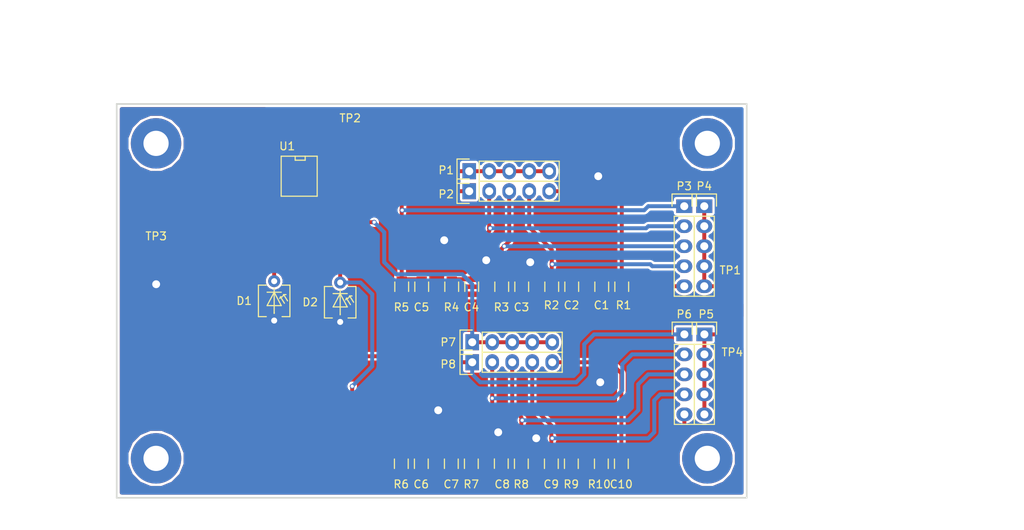
<source format=kicad_pcb>
(kicad_pcb (version 4) (host pcbnew 4.0.5+dfsg1-4)

  (general
    (links 87)
    (no_connects 0)
    (area 106.899999 80.899999 187.100001 131.100001)
    (thickness 1.6)
    (drawings 10)
    (tracks 203)
    (zones 0)
    (modules 48)
    (nets 19)
  )

  (page A4)
  (layers
    (0 F.Cu signal)
    (31 B.Cu signal)
    (32 B.Adhes user)
    (33 F.Adhes user)
    (34 B.Paste user)
    (35 F.Paste user)
    (36 B.SilkS user)
    (37 F.SilkS user)
    (38 B.Mask user)
    (39 F.Mask user)
    (40 Dwgs.User user)
    (41 Cmts.User user)
    (42 Eco1.User user)
    (43 Eco2.User user)
    (44 Edge.Cuts user)
    (45 Margin user)
    (46 B.CrtYd user)
    (47 F.CrtYd user)
    (48 B.Fab user)
    (49 F.Fab user)
  )

  (setup
    (last_trace_width 0.5)
    (user_trace_width 0.5)
    (trace_clearance 0.2)
    (zone_clearance 0.3)
    (zone_45_only no)
    (trace_min 0.2)
    (segment_width 0.2)
    (edge_width 0.2)
    (via_size 0.6)
    (via_drill 0.4)
    (via_min_size 0.4)
    (via_min_drill 0.3)
    (user_via 1 0.5)
    (uvia_size 0.3)
    (uvia_drill 0.1)
    (uvias_allowed no)
    (uvia_min_size 0.2)
    (uvia_min_drill 0.1)
    (pcb_text_width 0.3)
    (pcb_text_size 1.5 1.5)
    (mod_edge_width 0.15)
    (mod_text_size 1 1)
    (mod_text_width 0.15)
    (pad_size 2.49936 2.49936)
    (pad_drill 1.00076)
    (pad_to_mask_clearance 0.2)
    (aux_axis_origin 0 0)
    (grid_origin 137.16 92.964)
    (visible_elements FFFEFF7F)
    (pcbplotparams
      (layerselection 0x00030_80000001)
      (usegerberextensions false)
      (excludeedgelayer true)
      (linewidth 0.100000)
      (plotframeref false)
      (viasonmask false)
      (mode 1)
      (useauxorigin false)
      (hpglpennumber 1)
      (hpglpenspeed 20)
      (hpglpendiameter 15)
      (hpglpenoverlay 2)
      (psnegative false)
      (psa4output false)
      (plotreference true)
      (plotvalue true)
      (plotinvisibletext false)
      (padsonsilk false)
      (subtractmaskfromsilk false)
      (outputformat 1)
      (mirror false)
      (drillshape 1)
      (scaleselection 1)
      (outputdirectory ""))
  )

  (net 0 "")
  (net 1 "Net-(C1-Pad1)")
  (net 2 "Net-(C2-Pad1)")
  (net 3 "Net-(C3-Pad1)")
  (net 4 "Net-(C4-Pad1)")
  (net 5 "Net-(C5-Pad1)")
  (net 6 "Net-(P1-Pad1)")
  (net 7 "Net-(P4-Pad1)")
  (net 8 GND)
  (net 9 +5V)
  (net 10 "Net-(C6-Pad1)")
  (net 11 "Net-(C7-Pad1)")
  (net 12 "Net-(C8-Pad1)")
  (net 13 "Net-(C9-Pad1)")
  (net 14 "Net-(C10-Pad1)")
  (net 15 "Net-(P5-Pad1)")
  (net 16 "Net-(P7-Pad1)")
  (net 17 "Net-(C1-Pad2)")
  (net 18 "Net-(C10-Pad2)")

  (net_class Default "This is the default net class."
    (clearance 0.2)
    (trace_width 0.25)
    (via_dia 0.6)
    (via_drill 0.4)
    (uvia_dia 0.3)
    (uvia_drill 0.1)
    (add_net +5V)
    (add_net GND)
    (add_net "Net-(C1-Pad1)")
    (add_net "Net-(C1-Pad2)")
    (add_net "Net-(C10-Pad1)")
    (add_net "Net-(C10-Pad2)")
    (add_net "Net-(C2-Pad1)")
    (add_net "Net-(C3-Pad1)")
    (add_net "Net-(C4-Pad1)")
    (add_net "Net-(C5-Pad1)")
    (add_net "Net-(C6-Pad1)")
    (add_net "Net-(C7-Pad1)")
    (add_net "Net-(C8-Pad1)")
    (add_net "Net-(C9-Pad1)")
    (add_net "Net-(P1-Pad1)")
    (add_net "Net-(P4-Pad1)")
    (add_net "Net-(P5-Pad1)")
    (add_net "Net-(P7-Pad1)")
  )

  (module Wire_Pads:SolderWirePad_single_1mmDrill (layer F.Cu) (tedit 58FF5630) (tstamp 59071338)
    (at 168.402 116.332)
    (fp_text reference REF** (at 0 -3.81) (layer F.SilkS) hide
      (effects (font (size 1 1) (thickness 0.15)))
    )
    (fp_text value SolderWirePad_single_1mmDrill (at -1.905 3.175) (layer F.Fab)
      (effects (font (size 1 1) (thickness 0.15)))
    )
    (pad 1 thru_hole circle (at 0 0) (size 2.49936 2.49936) (drill 1.00076) (layers *.Cu)
      (net 8 GND))
  )

  (module Wire_Pads:SolderWirePad_single_1mmDrill (layer F.Cu) (tedit 58FF5630) (tstamp 590712DE)
    (at 168.148 90.17)
    (fp_text reference REF** (at 0 -3.81) (layer F.SilkS) hide
      (effects (font (size 1 1) (thickness 0.15)))
    )
    (fp_text value SolderWirePad_single_1mmDrill (at -1.905 3.175) (layer F.Fab)
      (effects (font (size 1 1) (thickness 0.15)))
    )
    (pad 1 thru_hole circle (at 0 0) (size 2.49936 2.49936) (drill 1.00076) (layers *.Cu)
      (net 8 GND))
  )

  (module Wire_Pads:SolderWirePad_single_1mmDrill (layer F.Cu) (tedit 58FF5630) (tstamp 59071272)
    (at 153.924 100.838)
    (fp_text reference REF** (at 0 -3.81) (layer F.SilkS) hide
      (effects (font (size 1 1) (thickness 0.15)))
    )
    (fp_text value SolderWirePad_single_1mmDrill (at -1.905 3.175) (layer F.Fab)
      (effects (font (size 1 1) (thickness 0.15)))
    )
    (pad 1 thru_hole circle (at 0 0) (size 2.49936 2.49936) (drill 1.00076) (layers *.Cu)
      (net 8 GND))
  )

  (module Wire_Pads:SolderWirePad_single_1mmDrill (layer F.Cu) (tedit 58FF5630) (tstamp 59071268)
    (at 159.512 101.092)
    (fp_text reference REF** (at 0 -3.81) (layer F.SilkS) hide
      (effects (font (size 1 1) (thickness 0.15)))
    )
    (fp_text value SolderWirePad_single_1mmDrill (at -1.905 3.175) (layer F.Fab)
      (effects (font (size 1 1) (thickness 0.15)))
    )
    (pad 1 thru_hole circle (at 0 0) (size 2.49936 2.49936) (drill 1.00076) (layers *.Cu)
      (net 8 GND))
  )

  (module Wire_Pads:SolderWirePad_single_1mmDrill (layer F.Cu) (tedit 58FF5630) (tstamp 5907122A)
    (at 148.59 98.298)
    (fp_text reference REF** (at 0 -3.81) (layer F.SilkS) hide
      (effects (font (size 1 1) (thickness 0.15)))
    )
    (fp_text value SolderWirePad_single_1mmDrill (at -1.905 3.175) (layer F.Fab)
      (effects (font (size 1 1) (thickness 0.15)))
    )
    (pad 1 thru_hole circle (at 0 0) (size 2.49936 2.49936) (drill 1.00076) (layers *.Cu)
      (net 8 GND))
  )

  (module Wire_Pads:SolderWirePad_single_1mmDrill (layer F.Cu) (tedit 58FF5630) (tstamp 5907121D)
    (at 160.274 123.444)
    (fp_text reference REF** (at 0 -3.81) (layer F.SilkS) hide
      (effects (font (size 1 1) (thickness 0.15)))
    )
    (fp_text value SolderWirePad_single_1mmDrill (at -1.905 3.175) (layer F.Fab)
      (effects (font (size 1 1) (thickness 0.15)))
    )
    (pad 1 thru_hole circle (at 0 0) (size 2.49936 2.49936) (drill 1.00076) (layers *.Cu)
      (net 8 GND))
  )

  (module Wire_Pads:SolderWirePad_single_1mmDrill (layer F.Cu) (tedit 58FF5630) (tstamp 5907120F)
    (at 155.448 122.682)
    (fp_text reference REF** (at 0 -3.81) (layer F.SilkS) hide
      (effects (font (size 1 1) (thickness 0.15)))
    )
    (fp_text value SolderWirePad_single_1mmDrill (at -1.905 3.175) (layer F.Fab)
      (effects (font (size 1 1) (thickness 0.15)))
    )
    (pad 1 thru_hole circle (at 0 0) (size 2.49936 2.49936) (drill 1.00076) (layers *.Cu)
      (net 8 GND))
  )

  (module Wire_Pads:SolderWirePad_single_1mmDrill (layer F.Cu) (tedit 58FF5630) (tstamp 59071201)
    (at 147.828 119.888)
    (fp_text reference REF** (at 0 -3.81) (layer F.SilkS) hide
      (effects (font (size 1 1) (thickness 0.15)))
    )
    (fp_text value SolderWirePad_single_1mmDrill (at -1.905 3.175) (layer F.Fab)
      (effects (font (size 1 1) (thickness 0.15)))
    )
    (pad 1 thru_hole circle (at 0 0) (size 2.49936 2.49936) (drill 1.00076) (layers *.Cu)
      (net 8 GND))
  )

  (module Resistors_SMD:R_0805 (layer F.Cu) (tedit 58FF5544) (tstamp 58FDEFE4)
    (at 143.1925 104.2035 270)
    (descr "Resistor SMD 0805, reflow soldering, Vishay (see dcrcw.pdf)")
    (tags "resistor 0805")
    (path /58FDCDBF)
    (attr smd)
    (fp_text reference R5 (at 2.605 0.031 360) (layer F.SilkS)
      (effects (font (size 1 1) (thickness 0.15)))
    )
    (fp_text value 10k (at 0 2.1 270) (layer F.Fab)
      (effects (font (size 1 1) (thickness 0.15)))
    )
    (fp_line (start -1 0.625) (end -1 -0.625) (layer F.Fab) (width 0.1))
    (fp_line (start 1 0.625) (end -1 0.625) (layer F.Fab) (width 0.1))
    (fp_line (start 1 -0.625) (end 1 0.625) (layer F.Fab) (width 0.1))
    (fp_line (start -1 -0.625) (end 1 -0.625) (layer F.Fab) (width 0.1))
    (fp_line (start -1.6 -1) (end 1.6 -1) (layer F.CrtYd) (width 0.05))
    (fp_line (start -1.6 1) (end 1.6 1) (layer F.CrtYd) (width 0.05))
    (fp_line (start -1.6 -1) (end -1.6 1) (layer F.CrtYd) (width 0.05))
    (fp_line (start 1.6 -1) (end 1.6 1) (layer F.CrtYd) (width 0.05))
    (fp_line (start 0.6 0.875) (end -0.6 0.875) (layer F.SilkS) (width 0.15))
    (fp_line (start -0.6 -0.875) (end 0.6 -0.875) (layer F.SilkS) (width 0.15))
    (pad 1 smd rect (at -0.95 0 270) (size 0.7 1.3) (layers F.Cu F.Paste F.Mask)
      (net 5 "Net-(C5-Pad1)"))
    (pad 2 smd rect (at 0.95 0 270) (size 0.7 1.3) (layers F.Cu F.Paste F.Mask)
      (net 17 "Net-(C1-Pad2)"))
    (model Resistors_SMD.3dshapes/R_0805.wrl
      (at (xyz 0 0 0))
      (scale (xyz 1 1 1))
      (rotate (xyz 0 0 0))
    )
  )

  (module Wire_Pads:SolderWirePad_single_1mmDrill (layer F.Cu) (tedit 58FF5630) (tstamp 58FFB7ED)
    (at 112.014 103.886)
    (fp_text reference REF** (at 0 -3.81) (layer F.SilkS) hide
      (effects (font (size 1 1) (thickness 0.15)))
    )
    (fp_text value SolderWirePad_single_1mmDrill (at -1.905 3.175) (layer F.Fab)
      (effects (font (size 1 1) (thickness 0.15)))
    )
    (pad 1 thru_hole circle (at 0 0) (size 2.49936 2.49936) (drill 1.00076) (layers *.Cu)
      (net 8 GND))
  )

  (module Mounting_Holes:MountingHole_3.2mm_M3_Pad (layer F.Cu) (tedit 58FF5599) (tstamp 58FF0A6E)
    (at 182 126)
    (descr "Mounting Hole 3.2mm, M3")
    (tags "mounting hole 3.2mm m3")
    (fp_text reference REF** (at 0 -4.2) (layer F.SilkS) hide
      (effects (font (size 1 1) (thickness 0.15)))
    )
    (fp_text value MountingHole_3.2mm_M3_Pad (at 0 4.2) (layer F.Fab)
      (effects (font (size 1 1) (thickness 0.15)))
    )
    (fp_circle (center 0 0) (end 3.2 0) (layer Cmts.User) (width 0.15))
    (fp_circle (center 0 0) (end 3.45 0) (layer F.CrtYd) (width 0.05))
    (pad 1 thru_hole circle (at 0 0) (size 6.4 6.4) (drill 3.2) (layers *.Cu *.Mask))
  )

  (module Pin_Headers:Pin_Header_Straight_1x05 (layer F.Cu) (tedit 590713AF) (tstamp 5900189A)
    (at 151.765 89.535 90)
    (descr "Through hole pin header")
    (tags "pin header")
    (path /58FDBBF8)
    (fp_text reference P1 (at 0.127 -2.921 180) (layer F.SilkS)
      (effects (font (size 1 1) (thickness 0.15)))
    )
    (fp_text value CONN_01X05 (at 0 -3.1 90) (layer F.Fab)
      (effects (font (size 1 1) (thickness 0.15)))
    )
    (fp_line (start -1.55 0) (end -1.55 -1.55) (layer F.SilkS) (width 0.15))
    (fp_line (start -1.55 -1.55) (end 1.55 -1.55) (layer F.SilkS) (width 0.15))
    (fp_line (start 1.55 -1.55) (end 1.55 0) (layer F.SilkS) (width 0.15))
    (fp_line (start -1.75 -1.75) (end -1.75 11.95) (layer F.CrtYd) (width 0.05))
    (fp_line (start 1.75 -1.75) (end 1.75 11.95) (layer F.CrtYd) (width 0.05))
    (fp_line (start -1.75 -1.75) (end 1.75 -1.75) (layer F.CrtYd) (width 0.05))
    (fp_line (start -1.75 11.95) (end 1.75 11.95) (layer F.CrtYd) (width 0.05))
    (fp_line (start 1.27 1.27) (end 1.27 11.43) (layer F.SilkS) (width 0.15))
    (fp_line (start 1.27 11.43) (end -1.27 11.43) (layer F.SilkS) (width 0.15))
    (fp_line (start -1.27 11.43) (end -1.27 1.27) (layer F.SilkS) (width 0.15))
    (fp_line (start 1.27 1.27) (end -1.27 1.27) (layer F.SilkS) (width 0.15))
    (pad 1 thru_hole rect (at 0 0 90) (size 2.032 1.7272) (drill 1.016) (layers *.Cu *.Mask)
      (net 6 "Net-(P1-Pad1)"))
    (pad 2 thru_hole oval (at 0 2.54 90) (size 2.032 1.7272) (drill 1.016) (layers *.Cu *.Mask)
      (net 6 "Net-(P1-Pad1)"))
    (pad 3 thru_hole oval (at 0 5.08 90) (size 2.032 1.7272) (drill 1.016) (layers *.Cu *.Mask)
      (net 6 "Net-(P1-Pad1)"))
    (pad 4 thru_hole oval (at 0 7.62 90) (size 2.032 1.7272) (drill 1.016) (layers *.Cu *.Mask)
      (net 6 "Net-(P1-Pad1)"))
    (pad 5 thru_hole oval (at 0 10.16 90) (size 2.032 1.7272) (drill 1.016) (layers *.Cu *.Mask)
      (net 6 "Net-(P1-Pad1)"))
    (model Pin_Headers.3dshapes/Pin_Header_Straight_1x05.wrl
      (at (xyz 0 -0.2 0))
      (scale (xyz 1 1 1))
      (rotate (xyz 0 0 90))
    )
  )

  (module Pin_Headers:Pin_Header_Straight_1x05 (layer F.Cu) (tedit 590713AB) (tstamp 590018AE)
    (at 151.765 92.075 90)
    (descr "Through hole pin header")
    (tags "pin header")
    (path /58FDC421)
    (fp_text reference P2 (at -0.381 -2.921 180) (layer F.SilkS)
      (effects (font (size 1 1) (thickness 0.15)))
    )
    (fp_text value CONN_01X05 (at 0 -3.1 90) (layer F.Fab)
      (effects (font (size 1 1) (thickness 0.15)))
    )
    (fp_line (start -1.55 0) (end -1.55 -1.55) (layer F.SilkS) (width 0.15))
    (fp_line (start -1.55 -1.55) (end 1.55 -1.55) (layer F.SilkS) (width 0.15))
    (fp_line (start 1.55 -1.55) (end 1.55 0) (layer F.SilkS) (width 0.15))
    (fp_line (start -1.75 -1.75) (end -1.75 11.95) (layer F.CrtYd) (width 0.05))
    (fp_line (start 1.75 -1.75) (end 1.75 11.95) (layer F.CrtYd) (width 0.05))
    (fp_line (start -1.75 -1.75) (end 1.75 -1.75) (layer F.CrtYd) (width 0.05))
    (fp_line (start -1.75 11.95) (end 1.75 11.95) (layer F.CrtYd) (width 0.05))
    (fp_line (start 1.27 1.27) (end 1.27 11.43) (layer F.SilkS) (width 0.15))
    (fp_line (start 1.27 11.43) (end -1.27 11.43) (layer F.SilkS) (width 0.15))
    (fp_line (start -1.27 11.43) (end -1.27 1.27) (layer F.SilkS) (width 0.15))
    (fp_line (start 1.27 1.27) (end -1.27 1.27) (layer F.SilkS) (width 0.15))
    (pad 1 thru_hole rect (at 0 0 90) (size 2.032 1.7272) (drill 1.016) (layers *.Cu *.Mask)
      (net 5 "Net-(C5-Pad1)"))
    (pad 2 thru_hole oval (at 0 2.54 90) (size 2.032 1.7272) (drill 1.016) (layers *.Cu *.Mask)
      (net 4 "Net-(C4-Pad1)"))
    (pad 3 thru_hole oval (at 0 5.08 90) (size 2.032 1.7272) (drill 1.016) (layers *.Cu *.Mask)
      (net 3 "Net-(C3-Pad1)"))
    (pad 4 thru_hole oval (at 0 7.62 90) (size 2.032 1.7272) (drill 1.016) (layers *.Cu *.Mask)
      (net 2 "Net-(C2-Pad1)"))
    (pad 5 thru_hole oval (at 0 10.16 90) (size 2.032 1.7272) (drill 1.016) (layers *.Cu *.Mask)
      (net 1 "Net-(C1-Pad1)"))
    (model Pin_Headers.3dshapes/Pin_Header_Straight_1x05.wrl
      (at (xyz 0 -0.2 0))
      (scale (xyz 1 1 1))
      (rotate (xyz 0 0 90))
    )
  )

  (module Pin_Headers:Pin_Header_Straight_1x05 (layer F.Cu) (tedit 59071389) (tstamp 590018C2)
    (at 179.07 93.98)
    (descr "Through hole pin header")
    (tags "pin header")
    (path /58FDC9E0)
    (fp_text reference P3 (at 0 -2.54 180) (layer F.SilkS)
      (effects (font (size 1 1) (thickness 0.15)))
    )
    (fp_text value CONN_01X05 (at 0 -3.1) (layer F.Fab)
      (effects (font (size 1 1) (thickness 0.15)))
    )
    (fp_line (start -1.55 0) (end -1.55 -1.55) (layer F.SilkS) (width 0.15))
    (fp_line (start -1.55 -1.55) (end 1.55 -1.55) (layer F.SilkS) (width 0.15))
    (fp_line (start 1.55 -1.55) (end 1.55 0) (layer F.SilkS) (width 0.15))
    (fp_line (start -1.75 -1.75) (end -1.75 11.95) (layer F.CrtYd) (width 0.05))
    (fp_line (start 1.75 -1.75) (end 1.75 11.95) (layer F.CrtYd) (width 0.05))
    (fp_line (start -1.75 -1.75) (end 1.75 -1.75) (layer F.CrtYd) (width 0.05))
    (fp_line (start -1.75 11.95) (end 1.75 11.95) (layer F.CrtYd) (width 0.05))
    (fp_line (start 1.27 1.27) (end 1.27 11.43) (layer F.SilkS) (width 0.15))
    (fp_line (start 1.27 11.43) (end -1.27 11.43) (layer F.SilkS) (width 0.15))
    (fp_line (start -1.27 11.43) (end -1.27 1.27) (layer F.SilkS) (width 0.15))
    (fp_line (start 1.27 1.27) (end -1.27 1.27) (layer F.SilkS) (width 0.15))
    (pad 1 thru_hole rect (at 0 0) (size 2.032 1.7272) (drill 1.016) (layers *.Cu *.Mask)
      (net 5 "Net-(C5-Pad1)"))
    (pad 2 thru_hole oval (at 0 2.54) (size 2.032 1.7272) (drill 1.016) (layers *.Cu *.Mask)
      (net 4 "Net-(C4-Pad1)"))
    (pad 3 thru_hole oval (at 0 5.08) (size 2.032 1.7272) (drill 1.016) (layers *.Cu *.Mask)
      (net 3 "Net-(C3-Pad1)"))
    (pad 4 thru_hole oval (at 0 7.62) (size 2.032 1.7272) (drill 1.016) (layers *.Cu *.Mask)
      (net 2 "Net-(C2-Pad1)"))
    (pad 5 thru_hole oval (at 0 10.16) (size 2.032 1.7272) (drill 1.016) (layers *.Cu *.Mask)
      (net 1 "Net-(C1-Pad1)"))
    (model Pin_Headers.3dshapes/Pin_Header_Straight_1x05.wrl
      (at (xyz 0 -0.2 0))
      (scale (xyz 1 1 1))
      (rotate (xyz 0 0 90))
    )
  )

  (module Pin_Headers:Pin_Header_Straight_1x05 (layer F.Cu) (tedit 59071383) (tstamp 590018D6)
    (at 181.61 93.98)
    (descr "Through hole pin header")
    (tags "pin header")
    (path /58FDC97C)
    (fp_text reference P4 (at 0 -2.54 180) (layer F.SilkS)
      (effects (font (size 1 1) (thickness 0.15)))
    )
    (fp_text value CONN_01X05 (at 0 -3.1) (layer F.Fab)
      (effects (font (size 1 1) (thickness 0.15)))
    )
    (fp_line (start -1.55 0) (end -1.55 -1.55) (layer F.SilkS) (width 0.15))
    (fp_line (start -1.55 -1.55) (end 1.55 -1.55) (layer F.SilkS) (width 0.15))
    (fp_line (start 1.55 -1.55) (end 1.55 0) (layer F.SilkS) (width 0.15))
    (fp_line (start -1.75 -1.75) (end -1.75 11.95) (layer F.CrtYd) (width 0.05))
    (fp_line (start 1.75 -1.75) (end 1.75 11.95) (layer F.CrtYd) (width 0.05))
    (fp_line (start -1.75 -1.75) (end 1.75 -1.75) (layer F.CrtYd) (width 0.05))
    (fp_line (start -1.75 11.95) (end 1.75 11.95) (layer F.CrtYd) (width 0.05))
    (fp_line (start 1.27 1.27) (end 1.27 11.43) (layer F.SilkS) (width 0.15))
    (fp_line (start 1.27 11.43) (end -1.27 11.43) (layer F.SilkS) (width 0.15))
    (fp_line (start -1.27 11.43) (end -1.27 1.27) (layer F.SilkS) (width 0.15))
    (fp_line (start 1.27 1.27) (end -1.27 1.27) (layer F.SilkS) (width 0.15))
    (pad 1 thru_hole rect (at 0 0) (size 2.032 1.7272) (drill 1.016) (layers *.Cu *.Mask)
      (net 7 "Net-(P4-Pad1)"))
    (pad 2 thru_hole oval (at 0 2.54) (size 2.032 1.7272) (drill 1.016) (layers *.Cu *.Mask)
      (net 7 "Net-(P4-Pad1)"))
    (pad 3 thru_hole oval (at 0 5.08) (size 2.032 1.7272) (drill 1.016) (layers *.Cu *.Mask)
      (net 7 "Net-(P4-Pad1)"))
    (pad 4 thru_hole oval (at 0 7.62) (size 2.032 1.7272) (drill 1.016) (layers *.Cu *.Mask)
      (net 7 "Net-(P4-Pad1)"))
    (pad 5 thru_hole oval (at 0 10.16) (size 2.032 1.7272) (drill 1.016) (layers *.Cu *.Mask)
      (net 7 "Net-(P4-Pad1)"))
    (model Pin_Headers.3dshapes/Pin_Header_Straight_1x05.wrl
      (at (xyz 0 -0.2 0))
      (scale (xyz 1 1 1))
      (rotate (xyz 0 0 90))
    )
  )

  (module Photodiodes:BPW34FA (layer F.Cu) (tedit 59071399) (tstamp 59009014)
    (at 127 106 270)
    (path /58FDDC96)
    (fp_text reference D1 (at 0 3.81 360) (layer F.SilkS)
      (effects (font (size 1 1) (thickness 0.15)))
    )
    (fp_text value BPW34FA (at 0 -3.81 270) (layer F.Fab)
      (effects (font (size 1 1) (thickness 0.15)))
    )
    (fp_line (start -0.8 -1.2) (end -0.6 -1.1) (layer F.SilkS) (width 0.15))
    (fp_line (start -0.8 -1.2) (end -0.8 -1.5) (layer F.SilkS) (width 0.15))
    (fp_line (start -0.5 -0.8) (end -0.5 -1) (layer F.SilkS) (width 0.15))
    (fp_line (start -0.5 -1) (end -0.5 -0.8) (layer F.SilkS) (width 0.15))
    (fp_line (start -0.5 -0.8) (end -0.3 -0.7) (layer F.SilkS) (width 0.15))
    (fp_line (start -0.5 -0.8) (end 0.3 -1.3) (layer F.SilkS) (width 0.15))
    (fp_line (start -0.8 -1.2) (end 0 -1.7) (layer F.SilkS) (width 0.15))
    (fp_line (start -1.1 -0.9) (end -1.1 0.9) (layer F.SilkS) (width 0.15))
    (fp_line (start -1.1 0) (end 0.6 0.9) (layer F.SilkS) (width 0.15))
    (fp_line (start 0.6 0) (end 0.6 0.9) (layer F.SilkS) (width 0.15))
    (fp_line (start 0.6 -0.9) (end 0.6 0) (layer F.SilkS) (width 0.15))
    (fp_line (start -1.1 0) (end 0.6 -0.9) (layer F.SilkS) (width 0.15))
    (fp_line (start -1.6 0) (end 1.5 0) (layer F.SilkS) (width 0.15))
    (fp_line (start 1.5 0) (end 1.6 0) (layer F.SilkS) (width 0.15))
    (fp_line (start 2 1) (end 2 2) (layer F.SilkS) (width 0.15))
    (fp_line (start 2 -2) (end 2 -1) (layer F.SilkS) (width 0.15))
    (fp_line (start -2 1) (end -2 2) (layer F.SilkS) (width 0.15))
    (fp_line (start -2 -2) (end 2 -2) (layer F.SilkS) (width 0.15))
    (fp_line (start -2 2) (end 2 2) (layer F.SilkS) (width 0.15))
    (fp_line (start -2 -2) (end -2 -1) (layer F.SilkS) (width 0.15))
    (pad 1 thru_hole circle (at -2.5 0 270) (size 1.524 1.524) (drill 0.762) (layers *.Cu *.Mask)
      (net 17 "Net-(C1-Pad2)"))
    (pad 2 thru_hole circle (at 2.5 0 270) (size 1.524 1.524) (drill 0.762) (layers *.Cu *.Mask)
      (net 8 GND))
  )

  (module Photodiodes:BPW34FA (layer F.Cu) (tedit 59071397) (tstamp 59009298)
    (at 135.382 106.172 270)
    (path /58FE921C)
    (fp_text reference D2 (at 0 3.81 360) (layer F.SilkS)
      (effects (font (size 1 1) (thickness 0.15)))
    )
    (fp_text value BPW34 (at 0 -3.81 270) (layer F.Fab)
      (effects (font (size 1 1) (thickness 0.15)))
    )
    (fp_line (start -0.8 -1.2) (end -0.6 -1.1) (layer F.SilkS) (width 0.15))
    (fp_line (start -0.8 -1.2) (end -0.8 -1.5) (layer F.SilkS) (width 0.15))
    (fp_line (start -0.5 -0.8) (end -0.5 -1) (layer F.SilkS) (width 0.15))
    (fp_line (start -0.5 -1) (end -0.5 -0.8) (layer F.SilkS) (width 0.15))
    (fp_line (start -0.5 -0.8) (end -0.3 -0.7) (layer F.SilkS) (width 0.15))
    (fp_line (start -0.5 -0.8) (end 0.3 -1.3) (layer F.SilkS) (width 0.15))
    (fp_line (start -0.8 -1.2) (end 0 -1.7) (layer F.SilkS) (width 0.15))
    (fp_line (start -1.1 -0.9) (end -1.1 0.9) (layer F.SilkS) (width 0.15))
    (fp_line (start -1.1 0) (end 0.6 0.9) (layer F.SilkS) (width 0.15))
    (fp_line (start 0.6 0) (end 0.6 0.9) (layer F.SilkS) (width 0.15))
    (fp_line (start 0.6 -0.9) (end 0.6 0) (layer F.SilkS) (width 0.15))
    (fp_line (start -1.1 0) (end 0.6 -0.9) (layer F.SilkS) (width 0.15))
    (fp_line (start -1.6 0) (end 1.5 0) (layer F.SilkS) (width 0.15))
    (fp_line (start 1.5 0) (end 1.6 0) (layer F.SilkS) (width 0.15))
    (fp_line (start 2 1) (end 2 2) (layer F.SilkS) (width 0.15))
    (fp_line (start 2 -2) (end 2 -1) (layer F.SilkS) (width 0.15))
    (fp_line (start -2 1) (end -2 2) (layer F.SilkS) (width 0.15))
    (fp_line (start -2 -2) (end 2 -2) (layer F.SilkS) (width 0.15))
    (fp_line (start -2 2) (end 2 2) (layer F.SilkS) (width 0.15))
    (fp_line (start -2 -2) (end -2 -1) (layer F.SilkS) (width 0.15))
    (pad 1 thru_hole circle (at -2.5 0 270) (size 1.524 1.524) (drill 0.762) (layers *.Cu *.Mask)
      (net 18 "Net-(C10-Pad2)"))
    (pad 2 thru_hole circle (at 2.5 0 270) (size 1.524 1.524) (drill 0.762) (layers *.Cu *.Mask)
      (net 8 GND))
  )

  (module Pin_Headers:Pin_Header_Straight_1x05 (layer F.Cu) (tedit 5907136E) (tstamp 590092AC)
    (at 181.627 110.252)
    (descr "Through hole pin header")
    (tags "pin header")
    (path /58FE91E6)
    (fp_text reference P5 (at 0.237 -2.556 180) (layer F.SilkS)
      (effects (font (size 1 1) (thickness 0.15)))
    )
    (fp_text value CONN_01X05 (at 0 -3.1) (layer F.Fab)
      (effects (font (size 1 1) (thickness 0.15)))
    )
    (fp_line (start -1.55 0) (end -1.55 -1.55) (layer F.SilkS) (width 0.15))
    (fp_line (start -1.55 -1.55) (end 1.55 -1.55) (layer F.SilkS) (width 0.15))
    (fp_line (start 1.55 -1.55) (end 1.55 0) (layer F.SilkS) (width 0.15))
    (fp_line (start -1.75 -1.75) (end -1.75 11.95) (layer F.CrtYd) (width 0.05))
    (fp_line (start 1.75 -1.75) (end 1.75 11.95) (layer F.CrtYd) (width 0.05))
    (fp_line (start -1.75 -1.75) (end 1.75 -1.75) (layer F.CrtYd) (width 0.05))
    (fp_line (start -1.75 11.95) (end 1.75 11.95) (layer F.CrtYd) (width 0.05))
    (fp_line (start 1.27 1.27) (end 1.27 11.43) (layer F.SilkS) (width 0.15))
    (fp_line (start 1.27 11.43) (end -1.27 11.43) (layer F.SilkS) (width 0.15))
    (fp_line (start -1.27 11.43) (end -1.27 1.27) (layer F.SilkS) (width 0.15))
    (fp_line (start 1.27 1.27) (end -1.27 1.27) (layer F.SilkS) (width 0.15))
    (pad 1 thru_hole rect (at 0 0) (size 2.032 1.7272) (drill 1.016) (layers *.Cu *.Mask)
      (net 15 "Net-(P5-Pad1)"))
    (pad 2 thru_hole oval (at 0 2.54) (size 2.032 1.7272) (drill 1.016) (layers *.Cu *.Mask)
      (net 15 "Net-(P5-Pad1)"))
    (pad 3 thru_hole oval (at 0 5.08) (size 2.032 1.7272) (drill 1.016) (layers *.Cu *.Mask)
      (net 15 "Net-(P5-Pad1)"))
    (pad 4 thru_hole oval (at 0 7.62) (size 2.032 1.7272) (drill 1.016) (layers *.Cu *.Mask)
      (net 15 "Net-(P5-Pad1)"))
    (pad 5 thru_hole oval (at 0 10.16) (size 2.032 1.7272) (drill 1.016) (layers *.Cu *.Mask)
      (net 15 "Net-(P5-Pad1)"))
    (model Pin_Headers.3dshapes/Pin_Header_Straight_1x05.wrl
      (at (xyz 0 -0.2 0))
      (scale (xyz 1 1 1))
      (rotate (xyz 0 0 90))
    )
  )

  (module Pin_Headers:Pin_Header_Straight_1x05 (layer F.Cu) (tedit 5907136A) (tstamp 590092C0)
    (at 179.087 110.252)
    (descr "Through hole pin header")
    (tags "pin header")
    (path /58FE928D)
    (fp_text reference P6 (at -0.017 -2.556 180) (layer F.SilkS)
      (effects (font (size 1 1) (thickness 0.15)))
    )
    (fp_text value CONN_01X05 (at 0 -3.1) (layer F.Fab)
      (effects (font (size 1 1) (thickness 0.15)))
    )
    (fp_line (start -1.55 0) (end -1.55 -1.55) (layer F.SilkS) (width 0.15))
    (fp_line (start -1.55 -1.55) (end 1.55 -1.55) (layer F.SilkS) (width 0.15))
    (fp_line (start 1.55 -1.55) (end 1.55 0) (layer F.SilkS) (width 0.15))
    (fp_line (start -1.75 -1.75) (end -1.75 11.95) (layer F.CrtYd) (width 0.05))
    (fp_line (start 1.75 -1.75) (end 1.75 11.95) (layer F.CrtYd) (width 0.05))
    (fp_line (start -1.75 -1.75) (end 1.75 -1.75) (layer F.CrtYd) (width 0.05))
    (fp_line (start -1.75 11.95) (end 1.75 11.95) (layer F.CrtYd) (width 0.05))
    (fp_line (start 1.27 1.27) (end 1.27 11.43) (layer F.SilkS) (width 0.15))
    (fp_line (start 1.27 11.43) (end -1.27 11.43) (layer F.SilkS) (width 0.15))
    (fp_line (start -1.27 11.43) (end -1.27 1.27) (layer F.SilkS) (width 0.15))
    (fp_line (start 1.27 1.27) (end -1.27 1.27) (layer F.SilkS) (width 0.15))
    (pad 1 thru_hole rect (at 0 0) (size 2.032 1.7272) (drill 1.016) (layers *.Cu *.Mask)
      (net 10 "Net-(C6-Pad1)"))
    (pad 2 thru_hole oval (at 0 2.54) (size 2.032 1.7272) (drill 1.016) (layers *.Cu *.Mask)
      (net 11 "Net-(C7-Pad1)"))
    (pad 3 thru_hole oval (at 0 5.08) (size 2.032 1.7272) (drill 1.016) (layers *.Cu *.Mask)
      (net 12 "Net-(C8-Pad1)"))
    (pad 4 thru_hole oval (at 0 7.62) (size 2.032 1.7272) (drill 1.016) (layers *.Cu *.Mask)
      (net 13 "Net-(C9-Pad1)"))
    (pad 5 thru_hole oval (at 0 10.16) (size 2.032 1.7272) (drill 1.016) (layers *.Cu *.Mask)
      (net 14 "Net-(C10-Pad1)"))
    (model Pin_Headers.3dshapes/Pin_Header_Straight_1x05.wrl
      (at (xyz 0 -0.2 0))
      (scale (xyz 1 1 1))
      (rotate (xyz 0 0 90))
    )
  )

  (module Pin_Headers:Pin_Header_Straight_1x05 (layer F.Cu) (tedit 5907138E) (tstamp 590092D4)
    (at 152.146 111.252 90)
    (descr "Through hole pin header")
    (tags "pin header")
    (path /58FE91CE)
    (fp_text reference P7 (at 0 -3.048 180) (layer F.SilkS)
      (effects (font (size 1 1) (thickness 0.15)))
    )
    (fp_text value CONN_01X05 (at 0 -3.1 90) (layer F.Fab)
      (effects (font (size 1 1) (thickness 0.15)))
    )
    (fp_line (start -1.55 0) (end -1.55 -1.55) (layer F.SilkS) (width 0.15))
    (fp_line (start -1.55 -1.55) (end 1.55 -1.55) (layer F.SilkS) (width 0.15))
    (fp_line (start 1.55 -1.55) (end 1.55 0) (layer F.SilkS) (width 0.15))
    (fp_line (start -1.75 -1.75) (end -1.75 11.95) (layer F.CrtYd) (width 0.05))
    (fp_line (start 1.75 -1.75) (end 1.75 11.95) (layer F.CrtYd) (width 0.05))
    (fp_line (start -1.75 -1.75) (end 1.75 -1.75) (layer F.CrtYd) (width 0.05))
    (fp_line (start -1.75 11.95) (end 1.75 11.95) (layer F.CrtYd) (width 0.05))
    (fp_line (start 1.27 1.27) (end 1.27 11.43) (layer F.SilkS) (width 0.15))
    (fp_line (start 1.27 11.43) (end -1.27 11.43) (layer F.SilkS) (width 0.15))
    (fp_line (start -1.27 11.43) (end -1.27 1.27) (layer F.SilkS) (width 0.15))
    (fp_line (start 1.27 1.27) (end -1.27 1.27) (layer F.SilkS) (width 0.15))
    (pad 1 thru_hole rect (at 0 0 90) (size 2.032 1.7272) (drill 1.016) (layers *.Cu *.Mask)
      (net 16 "Net-(P7-Pad1)"))
    (pad 2 thru_hole oval (at 0 2.54 90) (size 2.032 1.7272) (drill 1.016) (layers *.Cu *.Mask)
      (net 16 "Net-(P7-Pad1)"))
    (pad 3 thru_hole oval (at 0 5.08 90) (size 2.032 1.7272) (drill 1.016) (layers *.Cu *.Mask)
      (net 16 "Net-(P7-Pad1)"))
    (pad 4 thru_hole oval (at 0 7.62 90) (size 2.032 1.7272) (drill 1.016) (layers *.Cu *.Mask)
      (net 16 "Net-(P7-Pad1)"))
    (pad 5 thru_hole oval (at 0 10.16 90) (size 2.032 1.7272) (drill 1.016) (layers *.Cu *.Mask)
      (net 16 "Net-(P7-Pad1)"))
    (model Pin_Headers.3dshapes/Pin_Header_Straight_1x05.wrl
      (at (xyz 0 -0.2 0))
      (scale (xyz 1 1 1))
      (rotate (xyz 0 0 90))
    )
  )

  (module Pin_Headers:Pin_Header_Straight_1x05 (layer F.Cu) (tedit 59071391) (tstamp 590092E8)
    (at 152.146 113.792 90)
    (descr "Through hole pin header")
    (tags "pin header")
    (path /58FE91D4)
    (fp_text reference P8 (at -0.254 -3.048 180) (layer F.SilkS)
      (effects (font (size 1 1) (thickness 0.15)))
    )
    (fp_text value CONN_01X05 (at 0 -3.1 90) (layer F.Fab)
      (effects (font (size 1 1) (thickness 0.15)))
    )
    (fp_line (start -1.55 0) (end -1.55 -1.55) (layer F.SilkS) (width 0.15))
    (fp_line (start -1.55 -1.55) (end 1.55 -1.55) (layer F.SilkS) (width 0.15))
    (fp_line (start 1.55 -1.55) (end 1.55 0) (layer F.SilkS) (width 0.15))
    (fp_line (start -1.75 -1.75) (end -1.75 11.95) (layer F.CrtYd) (width 0.05))
    (fp_line (start 1.75 -1.75) (end 1.75 11.95) (layer F.CrtYd) (width 0.05))
    (fp_line (start -1.75 -1.75) (end 1.75 -1.75) (layer F.CrtYd) (width 0.05))
    (fp_line (start -1.75 11.95) (end 1.75 11.95) (layer F.CrtYd) (width 0.05))
    (fp_line (start 1.27 1.27) (end 1.27 11.43) (layer F.SilkS) (width 0.15))
    (fp_line (start 1.27 11.43) (end -1.27 11.43) (layer F.SilkS) (width 0.15))
    (fp_line (start -1.27 11.43) (end -1.27 1.27) (layer F.SilkS) (width 0.15))
    (fp_line (start 1.27 1.27) (end -1.27 1.27) (layer F.SilkS) (width 0.15))
    (pad 1 thru_hole rect (at 0 0 90) (size 2.032 1.7272) (drill 1.016) (layers *.Cu *.Mask)
      (net 10 "Net-(C6-Pad1)"))
    (pad 2 thru_hole oval (at 0 2.54 90) (size 2.032 1.7272) (drill 1.016) (layers *.Cu *.Mask)
      (net 11 "Net-(C7-Pad1)"))
    (pad 3 thru_hole oval (at 0 5.08 90) (size 2.032 1.7272) (drill 1.016) (layers *.Cu *.Mask)
      (net 12 "Net-(C8-Pad1)"))
    (pad 4 thru_hole oval (at 0 7.62 90) (size 2.032 1.7272) (drill 1.016) (layers *.Cu *.Mask)
      (net 13 "Net-(C9-Pad1)"))
    (pad 5 thru_hole oval (at 0 10.16 90) (size 2.032 1.7272) (drill 1.016) (layers *.Cu *.Mask)
      (net 14 "Net-(C10-Pad1)"))
    (model Pin_Headers.3dshapes/Pin_Header_Straight_1x05.wrl
      (at (xyz 0 -0.2 0))
      (scale (xyz 1 1 1))
      (rotate (xyz 0 0 90))
    )
  )

  (module Resistors_SMD:R_0805 (layer F.Cu) (tedit 58FF540D) (tstamp 59009338)
    (at 168.544 126.681 270)
    (descr "Resistor SMD 0805, reflow soldering, Vishay (see dcrcw.pdf)")
    (tags "resistor 0805")
    (path /58FE91DA)
    (attr smd)
    (fp_text reference R10 (at 2.605 0.269 360) (layer F.SilkS)
      (effects (font (size 1 1) (thickness 0.15)))
    )
    (fp_text value 100M (at 0 2.1 270) (layer F.Fab)
      (effects (font (size 1 1) (thickness 0.15)))
    )
    (fp_line (start -1 0.625) (end -1 -0.625) (layer F.Fab) (width 0.1))
    (fp_line (start 1 0.625) (end -1 0.625) (layer F.Fab) (width 0.1))
    (fp_line (start 1 -0.625) (end 1 0.625) (layer F.Fab) (width 0.1))
    (fp_line (start -1 -0.625) (end 1 -0.625) (layer F.Fab) (width 0.1))
    (fp_line (start -1.6 -1) (end 1.6 -1) (layer F.CrtYd) (width 0.05))
    (fp_line (start -1.6 1) (end 1.6 1) (layer F.CrtYd) (width 0.05))
    (fp_line (start -1.6 -1) (end -1.6 1) (layer F.CrtYd) (width 0.05))
    (fp_line (start 1.6 -1) (end 1.6 1) (layer F.CrtYd) (width 0.05))
    (fp_line (start 0.6 0.875) (end -0.6 0.875) (layer F.SilkS) (width 0.15))
    (fp_line (start -0.6 -0.875) (end 0.6 -0.875) (layer F.SilkS) (width 0.15))
    (pad 1 smd rect (at -0.95 0 270) (size 0.7 1.3) (layers F.Cu F.Paste F.Mask)
      (net 14 "Net-(C10-Pad1)"))
    (pad 2 smd rect (at 0.95 0 270) (size 0.7 1.3) (layers F.Cu F.Paste F.Mask)
      (net 18 "Net-(C10-Pad2)"))
    (model Resistors_SMD.3dshapes/R_0805.wrl
      (at (xyz 0 0 0))
      (scale (xyz 1 1 1))
      (rotate (xyz 0 0 0))
    )
  )

  (module Resistors_SMD:R_0805 (layer F.Cu) (tedit 58FF55A4) (tstamp 58FDEFD0)
    (at 171.1325 104.2035 270)
    (descr "Resistor SMD 0805, reflow soldering, Vishay (see dcrcw.pdf)")
    (tags "resistor 0805")
    (path /58FDC47A)
    (attr smd)
    (fp_text reference R1 (at 2.351 -0.223 360) (layer F.SilkS)
      (effects (font (size 1 1) (thickness 0.15)))
    )
    (fp_text value 100M (at 0 2.1 270) (layer F.Fab)
      (effects (font (size 1 1) (thickness 0.15)))
    )
    (fp_line (start -1 0.625) (end -1 -0.625) (layer F.Fab) (width 0.1))
    (fp_line (start 1 0.625) (end -1 0.625) (layer F.Fab) (width 0.1))
    (fp_line (start 1 -0.625) (end 1 0.625) (layer F.Fab) (width 0.1))
    (fp_line (start -1 -0.625) (end 1 -0.625) (layer F.Fab) (width 0.1))
    (fp_line (start -1.6 -1) (end 1.6 -1) (layer F.CrtYd) (width 0.05))
    (fp_line (start -1.6 1) (end 1.6 1) (layer F.CrtYd) (width 0.05))
    (fp_line (start -1.6 -1) (end -1.6 1) (layer F.CrtYd) (width 0.05))
    (fp_line (start 1.6 -1) (end 1.6 1) (layer F.CrtYd) (width 0.05))
    (fp_line (start 0.6 0.875) (end -0.6 0.875) (layer F.SilkS) (width 0.15))
    (fp_line (start -0.6 -0.875) (end 0.6 -0.875) (layer F.SilkS) (width 0.15))
    (pad 1 smd rect (at -0.95 0 270) (size 0.7 1.3) (layers F.Cu F.Paste F.Mask)
      (net 1 "Net-(C1-Pad1)"))
    (pad 2 smd rect (at 0.95 0 270) (size 0.7 1.3) (layers F.Cu F.Paste F.Mask)
      (net 17 "Net-(C1-Pad2)"))
    (model Resistors_SMD.3dshapes/R_0805.wrl
      (at (xyz 0 0 0))
      (scale (xyz 1 1 1))
      (rotate (xyz 0 0 0))
    )
  )

  (module Resistors_SMD:R_0805 (layer F.Cu) (tedit 58FF5584) (tstamp 58FDEFD5)
    (at 162.2425 104.2035 270)
    (descr "Resistor SMD 0805, reflow soldering, Vishay (see dcrcw.pdf)")
    (tags "resistor 0805")
    (path /58FDCBC3)
    (attr smd)
    (fp_text reference R2 (at 2.351 0.031 360) (layer F.SilkS)
      (effects (font (size 1 1) (thickness 0.15)))
    )
    (fp_text value 10M (at 0 2.1 270) (layer F.Fab)
      (effects (font (size 1 1) (thickness 0.15)))
    )
    (fp_line (start -1 0.625) (end -1 -0.625) (layer F.Fab) (width 0.1))
    (fp_line (start 1 0.625) (end -1 0.625) (layer F.Fab) (width 0.1))
    (fp_line (start 1 -0.625) (end 1 0.625) (layer F.Fab) (width 0.1))
    (fp_line (start -1 -0.625) (end 1 -0.625) (layer F.Fab) (width 0.1))
    (fp_line (start -1.6 -1) (end 1.6 -1) (layer F.CrtYd) (width 0.05))
    (fp_line (start -1.6 1) (end 1.6 1) (layer F.CrtYd) (width 0.05))
    (fp_line (start -1.6 -1) (end -1.6 1) (layer F.CrtYd) (width 0.05))
    (fp_line (start 1.6 -1) (end 1.6 1) (layer F.CrtYd) (width 0.05))
    (fp_line (start 0.6 0.875) (end -0.6 0.875) (layer F.SilkS) (width 0.15))
    (fp_line (start -0.6 -0.875) (end 0.6 -0.875) (layer F.SilkS) (width 0.15))
    (pad 1 smd rect (at -0.95 0 270) (size 0.7 1.3) (layers F.Cu F.Paste F.Mask)
      (net 2 "Net-(C2-Pad1)"))
    (pad 2 smd rect (at 0.95 0 270) (size 0.7 1.3) (layers F.Cu F.Paste F.Mask)
      (net 17 "Net-(C1-Pad2)"))
    (model Resistors_SMD.3dshapes/R_0805.wrl
      (at (xyz 0 0 0))
      (scale (xyz 1 1 1))
      (rotate (xyz 0 0 0))
    )
  )

  (module Resistors_SMD:R_0805 (layer F.Cu) (tedit 58FF5579) (tstamp 58FDEFDA)
    (at 155.8925 104.2035 270)
    (descr "Resistor SMD 0805, reflow soldering, Vishay (see dcrcw.pdf)")
    (tags "resistor 0805")
    (path /58FDCCA7)
    (attr smd)
    (fp_text reference R3 (at 2.605 0.031 360) (layer F.SilkS)
      (effects (font (size 1 1) (thickness 0.15)))
    )
    (fp_text value 1M (at 0 2.1 270) (layer F.Fab)
      (effects (font (size 1 1) (thickness 0.15)))
    )
    (fp_line (start -1 0.625) (end -1 -0.625) (layer F.Fab) (width 0.1))
    (fp_line (start 1 0.625) (end -1 0.625) (layer F.Fab) (width 0.1))
    (fp_line (start 1 -0.625) (end 1 0.625) (layer F.Fab) (width 0.1))
    (fp_line (start -1 -0.625) (end 1 -0.625) (layer F.Fab) (width 0.1))
    (fp_line (start -1.6 -1) (end 1.6 -1) (layer F.CrtYd) (width 0.05))
    (fp_line (start -1.6 1) (end 1.6 1) (layer F.CrtYd) (width 0.05))
    (fp_line (start -1.6 -1) (end -1.6 1) (layer F.CrtYd) (width 0.05))
    (fp_line (start 1.6 -1) (end 1.6 1) (layer F.CrtYd) (width 0.05))
    (fp_line (start 0.6 0.875) (end -0.6 0.875) (layer F.SilkS) (width 0.15))
    (fp_line (start -0.6 -0.875) (end 0.6 -0.875) (layer F.SilkS) (width 0.15))
    (pad 1 smd rect (at -0.95 0 270) (size 0.7 1.3) (layers F.Cu F.Paste F.Mask)
      (net 3 "Net-(C3-Pad1)"))
    (pad 2 smd rect (at 0.95 0 270) (size 0.7 1.3) (layers F.Cu F.Paste F.Mask)
      (net 17 "Net-(C1-Pad2)"))
    (model Resistors_SMD.3dshapes/R_0805.wrl
      (at (xyz 0 0 0))
      (scale (xyz 1 1 1))
      (rotate (xyz 0 0 0))
    )
  )

  (module Resistors_SMD:R_0805 (layer F.Cu) (tedit 58FF556D) (tstamp 58FDEFDF)
    (at 149.5425 104.2035 270)
    (descr "Resistor SMD 0805, reflow soldering, Vishay (see dcrcw.pdf)")
    (tags "resistor 0805")
    (path /58FDCD16)
    (attr smd)
    (fp_text reference R4 (at 2.605 0.031 360) (layer F.SilkS)
      (effects (font (size 1 1) (thickness 0.15)))
    )
    (fp_text value 100k (at 0 2.1 270) (layer F.Fab)
      (effects (font (size 1 1) (thickness 0.15)))
    )
    (fp_line (start -1 0.625) (end -1 -0.625) (layer F.Fab) (width 0.1))
    (fp_line (start 1 0.625) (end -1 0.625) (layer F.Fab) (width 0.1))
    (fp_line (start 1 -0.625) (end 1 0.625) (layer F.Fab) (width 0.1))
    (fp_line (start -1 -0.625) (end 1 -0.625) (layer F.Fab) (width 0.1))
    (fp_line (start -1.6 -1) (end 1.6 -1) (layer F.CrtYd) (width 0.05))
    (fp_line (start -1.6 1) (end 1.6 1) (layer F.CrtYd) (width 0.05))
    (fp_line (start -1.6 -1) (end -1.6 1) (layer F.CrtYd) (width 0.05))
    (fp_line (start 1.6 -1) (end 1.6 1) (layer F.CrtYd) (width 0.05))
    (fp_line (start 0.6 0.875) (end -0.6 0.875) (layer F.SilkS) (width 0.15))
    (fp_line (start -0.6 -0.875) (end 0.6 -0.875) (layer F.SilkS) (width 0.15))
    (pad 1 smd rect (at -0.95 0 270) (size 0.7 1.3) (layers F.Cu F.Paste F.Mask)
      (net 4 "Net-(C4-Pad1)"))
    (pad 2 smd rect (at 0.95 0 270) (size 0.7 1.3) (layers F.Cu F.Paste F.Mask)
      (net 17 "Net-(C1-Pad2)"))
    (model Resistors_SMD.3dshapes/R_0805.wrl
      (at (xyz 0 0 0))
      (scale (xyz 1 1 1))
      (rotate (xyz 0 0 0))
    )
  )

  (module Resistors_SMD:R_0805 (layer F.Cu) (tedit 58FF53CF) (tstamp 58FDEFE9)
    (at 143.144 126.681 270)
    (descr "Resistor SMD 0805, reflow soldering, Vishay (see dcrcw.pdf)")
    (tags "resistor 0805")
    (path /58FE9210)
    (attr smd)
    (fp_text reference R6 (at 2.605 0.015 360) (layer F.SilkS)
      (effects (font (size 1 1) (thickness 0.15)))
    )
    (fp_text value 10k (at 0 2.1 270) (layer F.Fab)
      (effects (font (size 1 1) (thickness 0.15)))
    )
    (fp_line (start -1 0.625) (end -1 -0.625) (layer F.Fab) (width 0.1))
    (fp_line (start 1 0.625) (end -1 0.625) (layer F.Fab) (width 0.1))
    (fp_line (start 1 -0.625) (end 1 0.625) (layer F.Fab) (width 0.1))
    (fp_line (start -1 -0.625) (end 1 -0.625) (layer F.Fab) (width 0.1))
    (fp_line (start -1.6 -1) (end 1.6 -1) (layer F.CrtYd) (width 0.05))
    (fp_line (start -1.6 1) (end 1.6 1) (layer F.CrtYd) (width 0.05))
    (fp_line (start -1.6 -1) (end -1.6 1) (layer F.CrtYd) (width 0.05))
    (fp_line (start 1.6 -1) (end 1.6 1) (layer F.CrtYd) (width 0.05))
    (fp_line (start 0.6 0.875) (end -0.6 0.875) (layer F.SilkS) (width 0.15))
    (fp_line (start -0.6 -0.875) (end 0.6 -0.875) (layer F.SilkS) (width 0.15))
    (pad 1 smd rect (at -0.95 0 270) (size 0.7 1.3) (layers F.Cu F.Paste F.Mask)
      (net 10 "Net-(C6-Pad1)"))
    (pad 2 smd rect (at 0.95 0 270) (size 0.7 1.3) (layers F.Cu F.Paste F.Mask)
      (net 18 "Net-(C10-Pad2)"))
    (model Resistors_SMD.3dshapes/R_0805.wrl
      (at (xyz 0 0 0))
      (scale (xyz 1 1 1))
      (rotate (xyz 0 0 0))
    )
  )

  (module Resistors_SMD:R_0805 (layer F.Cu) (tedit 58FF53DA) (tstamp 58FDEFEE)
    (at 152.034 126.681 270)
    (descr "Resistor SMD 0805, reflow soldering, Vishay (see dcrcw.pdf)")
    (tags "resistor 0805")
    (path /58FE9204)
    (attr smd)
    (fp_text reference R7 (at 2.605 0.015 360) (layer F.SilkS)
      (effects (font (size 1 1) (thickness 0.15)))
    )
    (fp_text value 100k (at 0 2.1 270) (layer F.Fab)
      (effects (font (size 1 1) (thickness 0.15)))
    )
    (fp_line (start -1 0.625) (end -1 -0.625) (layer F.Fab) (width 0.1))
    (fp_line (start 1 0.625) (end -1 0.625) (layer F.Fab) (width 0.1))
    (fp_line (start 1 -0.625) (end 1 0.625) (layer F.Fab) (width 0.1))
    (fp_line (start -1 -0.625) (end 1 -0.625) (layer F.Fab) (width 0.1))
    (fp_line (start -1.6 -1) (end 1.6 -1) (layer F.CrtYd) (width 0.05))
    (fp_line (start -1.6 1) (end 1.6 1) (layer F.CrtYd) (width 0.05))
    (fp_line (start -1.6 -1) (end -1.6 1) (layer F.CrtYd) (width 0.05))
    (fp_line (start 1.6 -1) (end 1.6 1) (layer F.CrtYd) (width 0.05))
    (fp_line (start 0.6 0.875) (end -0.6 0.875) (layer F.SilkS) (width 0.15))
    (fp_line (start -0.6 -0.875) (end 0.6 -0.875) (layer F.SilkS) (width 0.15))
    (pad 1 smd rect (at -0.95 0 270) (size 0.7 1.3) (layers F.Cu F.Paste F.Mask)
      (net 11 "Net-(C7-Pad1)"))
    (pad 2 smd rect (at 0.95 0 270) (size 0.7 1.3) (layers F.Cu F.Paste F.Mask)
      (net 18 "Net-(C10-Pad2)"))
    (model Resistors_SMD.3dshapes/R_0805.wrl
      (at (xyz 0 0 0))
      (scale (xyz 1 1 1))
      (rotate (xyz 0 0 0))
    )
  )

  (module Resistors_SMD:R_0805 (layer F.Cu) (tedit 58FF53E9) (tstamp 58FDEFF3)
    (at 158.384 126.681 270)
    (descr "Resistor SMD 0805, reflow soldering, Vishay (see dcrcw.pdf)")
    (tags "resistor 0805")
    (path /58FE91F8)
    (attr smd)
    (fp_text reference R8 (at 2.605 0.015 360) (layer F.SilkS)
      (effects (font (size 1 1) (thickness 0.15)))
    )
    (fp_text value 1M (at 0 2.1 270) (layer F.Fab)
      (effects (font (size 1 1) (thickness 0.15)))
    )
    (fp_line (start -1 0.625) (end -1 -0.625) (layer F.Fab) (width 0.1))
    (fp_line (start 1 0.625) (end -1 0.625) (layer F.Fab) (width 0.1))
    (fp_line (start 1 -0.625) (end 1 0.625) (layer F.Fab) (width 0.1))
    (fp_line (start -1 -0.625) (end 1 -0.625) (layer F.Fab) (width 0.1))
    (fp_line (start -1.6 -1) (end 1.6 -1) (layer F.CrtYd) (width 0.05))
    (fp_line (start -1.6 1) (end 1.6 1) (layer F.CrtYd) (width 0.05))
    (fp_line (start -1.6 -1) (end -1.6 1) (layer F.CrtYd) (width 0.05))
    (fp_line (start 1.6 -1) (end 1.6 1) (layer F.CrtYd) (width 0.05))
    (fp_line (start 0.6 0.875) (end -0.6 0.875) (layer F.SilkS) (width 0.15))
    (fp_line (start -0.6 -0.875) (end 0.6 -0.875) (layer F.SilkS) (width 0.15))
    (pad 1 smd rect (at -0.95 0 270) (size 0.7 1.3) (layers F.Cu F.Paste F.Mask)
      (net 12 "Net-(C8-Pad1)"))
    (pad 2 smd rect (at 0.95 0 270) (size 0.7 1.3) (layers F.Cu F.Paste F.Mask)
      (net 18 "Net-(C10-Pad2)"))
    (model Resistors_SMD.3dshapes/R_0805.wrl
      (at (xyz 0 0 0))
      (scale (xyz 1 1 1))
      (rotate (xyz 0 0 0))
    )
  )

  (module Resistors_SMD:R_0805 (layer F.Cu) (tedit 58FF53F5) (tstamp 58FDEFF8)
    (at 164.734 126.681 270)
    (descr "Resistor SMD 0805, reflow soldering, Vishay (see dcrcw.pdf)")
    (tags "resistor 0805")
    (path /58FE91EC)
    (attr smd)
    (fp_text reference R9 (at 2.605 0.015 360) (layer F.SilkS)
      (effects (font (size 1 1) (thickness 0.15)))
    )
    (fp_text value 10M (at 0 2.1 270) (layer F.Fab)
      (effects (font (size 1 1) (thickness 0.15)))
    )
    (fp_line (start -1 0.625) (end -1 -0.625) (layer F.Fab) (width 0.1))
    (fp_line (start 1 0.625) (end -1 0.625) (layer F.Fab) (width 0.1))
    (fp_line (start 1 -0.625) (end 1 0.625) (layer F.Fab) (width 0.1))
    (fp_line (start -1 -0.625) (end 1 -0.625) (layer F.Fab) (width 0.1))
    (fp_line (start -1.6 -1) (end 1.6 -1) (layer F.CrtYd) (width 0.05))
    (fp_line (start -1.6 1) (end 1.6 1) (layer F.CrtYd) (width 0.05))
    (fp_line (start -1.6 -1) (end -1.6 1) (layer F.CrtYd) (width 0.05))
    (fp_line (start 1.6 -1) (end 1.6 1) (layer F.CrtYd) (width 0.05))
    (fp_line (start 0.6 0.875) (end -0.6 0.875) (layer F.SilkS) (width 0.15))
    (fp_line (start -0.6 -0.875) (end 0.6 -0.875) (layer F.SilkS) (width 0.15))
    (pad 1 smd rect (at -0.95 0 270) (size 0.7 1.3) (layers F.Cu F.Paste F.Mask)
      (net 13 "Net-(C9-Pad1)"))
    (pad 2 smd rect (at 0.95 0 270) (size 0.7 1.3) (layers F.Cu F.Paste F.Mask)
      (net 18 "Net-(C10-Pad2)"))
    (model Resistors_SMD.3dshapes/R_0805.wrl
      (at (xyz 0 0 0))
      (scale (xyz 1 1 1))
      (rotate (xyz 0 0 0))
    )
  )

  (module Resistors_SMD:R_0805 (layer F.Cu) (tedit 58FF55A0) (tstamp 58FE111C)
    (at 168.5925 104.2035 270)
    (descr "Resistor SMD 0805, reflow soldering, Vishay (see dcrcw.pdf)")
    (tags "resistor 0805")
    (path /58FDC56B)
    (attr smd)
    (fp_text reference C1 (at 2.351 0.031 360) (layer F.SilkS)
      (effects (font (size 1 1) (thickness 0.15)))
    )
    (fp_text value 1p (at 0 2.1 270) (layer F.Fab)
      (effects (font (size 1 1) (thickness 0.15)))
    )
    (fp_line (start -1 0.625) (end -1 -0.625) (layer F.Fab) (width 0.1))
    (fp_line (start 1 0.625) (end -1 0.625) (layer F.Fab) (width 0.1))
    (fp_line (start 1 -0.625) (end 1 0.625) (layer F.Fab) (width 0.1))
    (fp_line (start -1 -0.625) (end 1 -0.625) (layer F.Fab) (width 0.1))
    (fp_line (start -1.6 -1) (end 1.6 -1) (layer F.CrtYd) (width 0.05))
    (fp_line (start -1.6 1) (end 1.6 1) (layer F.CrtYd) (width 0.05))
    (fp_line (start -1.6 -1) (end -1.6 1) (layer F.CrtYd) (width 0.05))
    (fp_line (start 1.6 -1) (end 1.6 1) (layer F.CrtYd) (width 0.05))
    (fp_line (start 0.6 0.875) (end -0.6 0.875) (layer F.SilkS) (width 0.15))
    (fp_line (start -0.6 -0.875) (end 0.6 -0.875) (layer F.SilkS) (width 0.15))
    (pad 1 smd rect (at -0.95 0 270) (size 0.7 1.3) (layers F.Cu F.Paste F.Mask)
      (net 1 "Net-(C1-Pad1)"))
    (pad 2 smd rect (at 0.95 0 270) (size 0.7 1.3) (layers F.Cu F.Paste F.Mask)
      (net 17 "Net-(C1-Pad2)"))
    (model Resistors_SMD.3dshapes/R_0805.wrl
      (at (xyz 0 0 0))
      (scale (xyz 1 1 1))
      (rotate (xyz 0 0 0))
    )
  )

  (module Resistors_SMD:R_0805 (layer F.Cu) (tedit 58FF558A) (tstamp 58FE1121)
    (at 164.7825 104.2035 270)
    (descr "Resistor SMD 0805, reflow soldering, Vishay (see dcrcw.pdf)")
    (tags "resistor 0805")
    (path /58FDCBC9)
    (attr smd)
    (fp_text reference C2 (at 2.351 0.031 360) (layer F.SilkS)
      (effects (font (size 1 1) (thickness 0.15)))
    )
    (fp_text value 10p (at 0 2.1 270) (layer F.Fab)
      (effects (font (size 1 1) (thickness 0.15)))
    )
    (fp_line (start -1 0.625) (end -1 -0.625) (layer F.Fab) (width 0.1))
    (fp_line (start 1 0.625) (end -1 0.625) (layer F.Fab) (width 0.1))
    (fp_line (start 1 -0.625) (end 1 0.625) (layer F.Fab) (width 0.1))
    (fp_line (start -1 -0.625) (end 1 -0.625) (layer F.Fab) (width 0.1))
    (fp_line (start -1.6 -1) (end 1.6 -1) (layer F.CrtYd) (width 0.05))
    (fp_line (start -1.6 1) (end 1.6 1) (layer F.CrtYd) (width 0.05))
    (fp_line (start -1.6 -1) (end -1.6 1) (layer F.CrtYd) (width 0.05))
    (fp_line (start 1.6 -1) (end 1.6 1) (layer F.CrtYd) (width 0.05))
    (fp_line (start 0.6 0.875) (end -0.6 0.875) (layer F.SilkS) (width 0.15))
    (fp_line (start -0.6 -0.875) (end 0.6 -0.875) (layer F.SilkS) (width 0.15))
    (pad 1 smd rect (at -0.95 0 270) (size 0.7 1.3) (layers F.Cu F.Paste F.Mask)
      (net 2 "Net-(C2-Pad1)"))
    (pad 2 smd rect (at 0.95 0 270) (size 0.7 1.3) (layers F.Cu F.Paste F.Mask)
      (net 17 "Net-(C1-Pad2)"))
    (model Resistors_SMD.3dshapes/R_0805.wrl
      (at (xyz 0 0 0))
      (scale (xyz 1 1 1))
      (rotate (xyz 0 0 0))
    )
  )

  (module Resistors_SMD:R_0805 (layer F.Cu) (tedit 58FF557E) (tstamp 58FE1126)
    (at 158.4325 104.2035 270)
    (descr "Resistor SMD 0805, reflow soldering, Vishay (see dcrcw.pdf)")
    (tags "resistor 0805")
    (path /58FDCCAD)
    (attr smd)
    (fp_text reference C3 (at 2.605 0.031 360) (layer F.SilkS)
      (effects (font (size 1 1) (thickness 0.15)))
    )
    (fp_text value 100p (at 0 2.1 270) (layer F.Fab)
      (effects (font (size 1 1) (thickness 0.15)))
    )
    (fp_line (start -1 0.625) (end -1 -0.625) (layer F.Fab) (width 0.1))
    (fp_line (start 1 0.625) (end -1 0.625) (layer F.Fab) (width 0.1))
    (fp_line (start 1 -0.625) (end 1 0.625) (layer F.Fab) (width 0.1))
    (fp_line (start -1 -0.625) (end 1 -0.625) (layer F.Fab) (width 0.1))
    (fp_line (start -1.6 -1) (end 1.6 -1) (layer F.CrtYd) (width 0.05))
    (fp_line (start -1.6 1) (end 1.6 1) (layer F.CrtYd) (width 0.05))
    (fp_line (start -1.6 -1) (end -1.6 1) (layer F.CrtYd) (width 0.05))
    (fp_line (start 1.6 -1) (end 1.6 1) (layer F.CrtYd) (width 0.05))
    (fp_line (start 0.6 0.875) (end -0.6 0.875) (layer F.SilkS) (width 0.15))
    (fp_line (start -0.6 -0.875) (end 0.6 -0.875) (layer F.SilkS) (width 0.15))
    (pad 1 smd rect (at -0.95 0 270) (size 0.7 1.3) (layers F.Cu F.Paste F.Mask)
      (net 3 "Net-(C3-Pad1)"))
    (pad 2 smd rect (at 0.95 0 270) (size 0.7 1.3) (layers F.Cu F.Paste F.Mask)
      (net 17 "Net-(C1-Pad2)"))
    (model Resistors_SMD.3dshapes/R_0805.wrl
      (at (xyz 0 0 0))
      (scale (xyz 1 1 1))
      (rotate (xyz 0 0 0))
    )
  )

  (module Resistors_SMD:R_0805 (layer F.Cu) (tedit 58FF5572) (tstamp 58FE112B)
    (at 152.0825 104.2035 270)
    (descr "Resistor SMD 0805, reflow soldering, Vishay (see dcrcw.pdf)")
    (tags "resistor 0805")
    (path /58FDCD1C)
    (attr smd)
    (fp_text reference C4 (at 2.605 0.031 360) (layer F.SilkS)
      (effects (font (size 1 1) (thickness 0.15)))
    )
    (fp_text value 1n (at 0 2.1 270) (layer F.Fab)
      (effects (font (size 1 1) (thickness 0.15)))
    )
    (fp_line (start -1 0.625) (end -1 -0.625) (layer F.Fab) (width 0.1))
    (fp_line (start 1 0.625) (end -1 0.625) (layer F.Fab) (width 0.1))
    (fp_line (start 1 -0.625) (end 1 0.625) (layer F.Fab) (width 0.1))
    (fp_line (start -1 -0.625) (end 1 -0.625) (layer F.Fab) (width 0.1))
    (fp_line (start -1.6 -1) (end 1.6 -1) (layer F.CrtYd) (width 0.05))
    (fp_line (start -1.6 1) (end 1.6 1) (layer F.CrtYd) (width 0.05))
    (fp_line (start -1.6 -1) (end -1.6 1) (layer F.CrtYd) (width 0.05))
    (fp_line (start 1.6 -1) (end 1.6 1) (layer F.CrtYd) (width 0.05))
    (fp_line (start 0.6 0.875) (end -0.6 0.875) (layer F.SilkS) (width 0.15))
    (fp_line (start -0.6 -0.875) (end 0.6 -0.875) (layer F.SilkS) (width 0.15))
    (pad 1 smd rect (at -0.95 0 270) (size 0.7 1.3) (layers F.Cu F.Paste F.Mask)
      (net 4 "Net-(C4-Pad1)"))
    (pad 2 smd rect (at 0.95 0 270) (size 0.7 1.3) (layers F.Cu F.Paste F.Mask)
      (net 17 "Net-(C1-Pad2)"))
    (model Resistors_SMD.3dshapes/R_0805.wrl
      (at (xyz 0 0 0))
      (scale (xyz 1 1 1))
      (rotate (xyz 0 0 0))
    )
  )

  (module Resistors_SMD:R_0805 (layer F.Cu) (tedit 58FF554A) (tstamp 58FE1130)
    (at 145.7325 104.2035 270)
    (descr "Resistor SMD 0805, reflow soldering, Vishay (see dcrcw.pdf)")
    (tags "resistor 0805")
    (path /58FDCDC5)
    (attr smd)
    (fp_text reference C5 (at 2.605 0.031 360) (layer F.SilkS)
      (effects (font (size 1 1) (thickness 0.15)))
    )
    (fp_text value 10n (at 0 2.1 270) (layer F.Fab)
      (effects (font (size 1 1) (thickness 0.15)))
    )
    (fp_line (start -1 0.625) (end -1 -0.625) (layer F.Fab) (width 0.1))
    (fp_line (start 1 0.625) (end -1 0.625) (layer F.Fab) (width 0.1))
    (fp_line (start 1 -0.625) (end 1 0.625) (layer F.Fab) (width 0.1))
    (fp_line (start -1 -0.625) (end 1 -0.625) (layer F.Fab) (width 0.1))
    (fp_line (start -1.6 -1) (end 1.6 -1) (layer F.CrtYd) (width 0.05))
    (fp_line (start -1.6 1) (end 1.6 1) (layer F.CrtYd) (width 0.05))
    (fp_line (start -1.6 -1) (end -1.6 1) (layer F.CrtYd) (width 0.05))
    (fp_line (start 1.6 -1) (end 1.6 1) (layer F.CrtYd) (width 0.05))
    (fp_line (start 0.6 0.875) (end -0.6 0.875) (layer F.SilkS) (width 0.15))
    (fp_line (start -0.6 -0.875) (end 0.6 -0.875) (layer F.SilkS) (width 0.15))
    (pad 1 smd rect (at -0.95 0 270) (size 0.7 1.3) (layers F.Cu F.Paste F.Mask)
      (net 5 "Net-(C5-Pad1)"))
    (pad 2 smd rect (at 0.95 0 270) (size 0.7 1.3) (layers F.Cu F.Paste F.Mask)
      (net 17 "Net-(C1-Pad2)"))
    (model Resistors_SMD.3dshapes/R_0805.wrl
      (at (xyz 0 0 0))
      (scale (xyz 1 1 1))
      (rotate (xyz 0 0 0))
    )
  )

  (module Resistors_SMD:R_0805 (layer F.Cu) (tedit 58FF53C5) (tstamp 58FE1135)
    (at 145.684 126.681 270)
    (descr "Resistor SMD 0805, reflow soldering, Vishay (see dcrcw.pdf)")
    (tags "resistor 0805")
    (path /58FE9216)
    (attr smd)
    (fp_text reference C6 (at 2.605 0.015 360) (layer F.SilkS)
      (effects (font (size 1 1) (thickness 0.15)))
    )
    (fp_text value 10n (at 0 2.1 270) (layer F.Fab)
      (effects (font (size 1 1) (thickness 0.15)))
    )
    (fp_line (start -1 0.625) (end -1 -0.625) (layer F.Fab) (width 0.1))
    (fp_line (start 1 0.625) (end -1 0.625) (layer F.Fab) (width 0.1))
    (fp_line (start 1 -0.625) (end 1 0.625) (layer F.Fab) (width 0.1))
    (fp_line (start -1 -0.625) (end 1 -0.625) (layer F.Fab) (width 0.1))
    (fp_line (start -1.6 -1) (end 1.6 -1) (layer F.CrtYd) (width 0.05))
    (fp_line (start -1.6 1) (end 1.6 1) (layer F.CrtYd) (width 0.05))
    (fp_line (start -1.6 -1) (end -1.6 1) (layer F.CrtYd) (width 0.05))
    (fp_line (start 1.6 -1) (end 1.6 1) (layer F.CrtYd) (width 0.05))
    (fp_line (start 0.6 0.875) (end -0.6 0.875) (layer F.SilkS) (width 0.15))
    (fp_line (start -0.6 -0.875) (end 0.6 -0.875) (layer F.SilkS) (width 0.15))
    (pad 1 smd rect (at -0.95 0 270) (size 0.7 1.3) (layers F.Cu F.Paste F.Mask)
      (net 10 "Net-(C6-Pad1)"))
    (pad 2 smd rect (at 0.95 0 270) (size 0.7 1.3) (layers F.Cu F.Paste F.Mask)
      (net 18 "Net-(C10-Pad2)"))
    (model Resistors_SMD.3dshapes/R_0805.wrl
      (at (xyz 0 0 0))
      (scale (xyz 1 1 1))
      (rotate (xyz 0 0 0))
    )
  )

  (module Resistors_SMD:R_0805 (layer F.Cu) (tedit 58FF53E0) (tstamp 58FE113A)
    (at 149.494 126.681 270)
    (descr "Resistor SMD 0805, reflow soldering, Vishay (see dcrcw.pdf)")
    (tags "resistor 0805")
    (path /58FE920A)
    (attr smd)
    (fp_text reference C7 (at 2.605 0.015 360) (layer F.SilkS)
      (effects (font (size 1 1) (thickness 0.15)))
    )
    (fp_text value 1n (at 0 2.1 270) (layer F.Fab)
      (effects (font (size 1 1) (thickness 0.15)))
    )
    (fp_line (start -1 0.625) (end -1 -0.625) (layer F.Fab) (width 0.1))
    (fp_line (start 1 0.625) (end -1 0.625) (layer F.Fab) (width 0.1))
    (fp_line (start 1 -0.625) (end 1 0.625) (layer F.Fab) (width 0.1))
    (fp_line (start -1 -0.625) (end 1 -0.625) (layer F.Fab) (width 0.1))
    (fp_line (start -1.6 -1) (end 1.6 -1) (layer F.CrtYd) (width 0.05))
    (fp_line (start -1.6 1) (end 1.6 1) (layer F.CrtYd) (width 0.05))
    (fp_line (start -1.6 -1) (end -1.6 1) (layer F.CrtYd) (width 0.05))
    (fp_line (start 1.6 -1) (end 1.6 1) (layer F.CrtYd) (width 0.05))
    (fp_line (start 0.6 0.875) (end -0.6 0.875) (layer F.SilkS) (width 0.15))
    (fp_line (start -0.6 -0.875) (end 0.6 -0.875) (layer F.SilkS) (width 0.15))
    (pad 1 smd rect (at -0.95 0 270) (size 0.7 1.3) (layers F.Cu F.Paste F.Mask)
      (net 11 "Net-(C7-Pad1)"))
    (pad 2 smd rect (at 0.95 0 270) (size 0.7 1.3) (layers F.Cu F.Paste F.Mask)
      (net 18 "Net-(C10-Pad2)"))
    (model Resistors_SMD.3dshapes/R_0805.wrl
      (at (xyz 0 0 0))
      (scale (xyz 1 1 1))
      (rotate (xyz 0 0 0))
    )
  )

  (module Resistors_SMD:R_0805 (layer F.Cu) (tedit 58FF53FD) (tstamp 58FE1144)
    (at 162.194 126.681 270)
    (descr "Resistor SMD 0805, reflow soldering, Vishay (see dcrcw.pdf)")
    (tags "resistor 0805")
    (path /58FE91F2)
    (attr smd)
    (fp_text reference C9 (at 2.605 0.015 360) (layer F.SilkS)
      (effects (font (size 1 1) (thickness 0.15)))
    )
    (fp_text value 10p (at 0 2.1 270) (layer F.Fab)
      (effects (font (size 1 1) (thickness 0.15)))
    )
    (fp_line (start -1 0.625) (end -1 -0.625) (layer F.Fab) (width 0.1))
    (fp_line (start 1 0.625) (end -1 0.625) (layer F.Fab) (width 0.1))
    (fp_line (start 1 -0.625) (end 1 0.625) (layer F.Fab) (width 0.1))
    (fp_line (start -1 -0.625) (end 1 -0.625) (layer F.Fab) (width 0.1))
    (fp_line (start -1.6 -1) (end 1.6 -1) (layer F.CrtYd) (width 0.05))
    (fp_line (start -1.6 1) (end 1.6 1) (layer F.CrtYd) (width 0.05))
    (fp_line (start -1.6 -1) (end -1.6 1) (layer F.CrtYd) (width 0.05))
    (fp_line (start 1.6 -1) (end 1.6 1) (layer F.CrtYd) (width 0.05))
    (fp_line (start 0.6 0.875) (end -0.6 0.875) (layer F.SilkS) (width 0.15))
    (fp_line (start -0.6 -0.875) (end 0.6 -0.875) (layer F.SilkS) (width 0.15))
    (pad 1 smd rect (at -0.95 0 270) (size 0.7 1.3) (layers F.Cu F.Paste F.Mask)
      (net 13 "Net-(C9-Pad1)"))
    (pad 2 smd rect (at 0.95 0 270) (size 0.7 1.3) (layers F.Cu F.Paste F.Mask)
      (net 18 "Net-(C10-Pad2)"))
    (model Resistors_SMD.3dshapes/R_0805.wrl
      (at (xyz 0 0 0))
      (scale (xyz 1 1 1))
      (rotate (xyz 0 0 0))
    )
  )

  (module Resistors_SMD:R_0805 (layer F.Cu) (tedit 58FF5408) (tstamp 58FE1149)
    (at 171.084 126.681 270)
    (descr "Resistor SMD 0805, reflow soldering, Vishay (see dcrcw.pdf)")
    (tags "resistor 0805")
    (path /58FE91E0)
    (attr smd)
    (fp_text reference C10 (at 2.605 0.015 360) (layer F.SilkS)
      (effects (font (size 1 1) (thickness 0.15)))
    )
    (fp_text value 1p (at 0 2.1 270) (layer F.Fab)
      (effects (font (size 1 1) (thickness 0.15)))
    )
    (fp_line (start -1 0.625) (end -1 -0.625) (layer F.Fab) (width 0.1))
    (fp_line (start 1 0.625) (end -1 0.625) (layer F.Fab) (width 0.1))
    (fp_line (start 1 -0.625) (end 1 0.625) (layer F.Fab) (width 0.1))
    (fp_line (start -1 -0.625) (end 1 -0.625) (layer F.Fab) (width 0.1))
    (fp_line (start -1.6 -1) (end 1.6 -1) (layer F.CrtYd) (width 0.05))
    (fp_line (start -1.6 1) (end 1.6 1) (layer F.CrtYd) (width 0.05))
    (fp_line (start -1.6 -1) (end -1.6 1) (layer F.CrtYd) (width 0.05))
    (fp_line (start 1.6 -1) (end 1.6 1) (layer F.CrtYd) (width 0.05))
    (fp_line (start 0.6 0.875) (end -0.6 0.875) (layer F.SilkS) (width 0.15))
    (fp_line (start -0.6 -0.875) (end 0.6 -0.875) (layer F.SilkS) (width 0.15))
    (pad 1 smd rect (at -0.95 0 270) (size 0.7 1.3) (layers F.Cu F.Paste F.Mask)
      (net 14 "Net-(C10-Pad1)"))
    (pad 2 smd rect (at 0.95 0 270) (size 0.7 1.3) (layers F.Cu F.Paste F.Mask)
      (net 18 "Net-(C10-Pad2)"))
    (model Resistors_SMD.3dshapes/R_0805.wrl
      (at (xyz 0 0 0))
      (scale (xyz 1 1 1))
      (rotate (xyz 0 0 0))
    )
  )

  (module SMD_Packages:SOIC-8-N (layer F.Cu) (tedit 58FF2673) (tstamp 58FE285D)
    (at 130.175 90.17 270)
    (descr "Module Narrow CMS SOJ 8 pins large")
    (tags "CMS SOJ")
    (path /58FDBB28)
    (attr smd)
    (fp_text reference U1 (at -3.81 1.524 360) (layer F.SilkS)
      (effects (font (size 1 1) (thickness 0.15)))
    )
    (fp_text value AD8616 (at 0 1.27 270) (layer F.Fab)
      (effects (font (size 1 1) (thickness 0.15)))
    )
    (fp_line (start -2.54 -2.286) (end 2.54 -2.286) (layer F.SilkS) (width 0.15))
    (fp_line (start 2.54 -2.286) (end 2.54 2.286) (layer F.SilkS) (width 0.15))
    (fp_line (start 2.54 2.286) (end -2.54 2.286) (layer F.SilkS) (width 0.15))
    (fp_line (start -2.54 2.286) (end -2.54 -2.286) (layer F.SilkS) (width 0.15))
    (fp_line (start -2.54 -0.762) (end -2.032 -0.762) (layer F.SilkS) (width 0.15))
    (fp_line (start -2.032 -0.762) (end -2.032 0.508) (layer F.SilkS) (width 0.15))
    (fp_line (start -2.032 0.508) (end -2.54 0.508) (layer F.SilkS) (width 0.15))
    (pad 8 smd rect (at -1.905 -3.175 270) (size 0.508 1.143) (layers F.Cu F.Paste F.Mask)
      (net 9 +5V))
    (pad 7 smd rect (at -0.635 -3.175 270) (size 0.508 1.143) (layers F.Cu F.Paste F.Mask)
      (net 16 "Net-(P7-Pad1)"))
    (pad 6 smd rect (at 0.635 -3.175 270) (size 0.508 1.143) (layers F.Cu F.Paste F.Mask)
      (net 8 GND))
    (pad 5 smd rect (at 1.905 -3.175 270) (size 0.508 1.143) (layers F.Cu F.Paste F.Mask)
      (net 18 "Net-(C10-Pad2)"))
    (pad 4 smd rect (at 1.905 3.175 270) (size 0.508 1.143) (layers F.Cu F.Paste F.Mask)
      (net 8 GND))
    (pad 3 smd rect (at 0.635 3.175 270) (size 0.508 1.143) (layers F.Cu F.Paste F.Mask)
      (net 17 "Net-(C1-Pad2)"))
    (pad 2 smd rect (at -0.635 3.175 270) (size 0.508 1.143) (layers F.Cu F.Paste F.Mask)
      (net 8 GND))
    (pad 1 smd rect (at -1.905 3.175 270) (size 0.508 1.143) (layers F.Cu F.Paste F.Mask)
      (net 6 "Net-(P1-Pad1)"))
    (model SMD_Packages.3dshapes/SOIC-8-N.wrl
      (at (xyz 0 0 0))
      (scale (xyz 0.5 0.38 0.5))
      (rotate (xyz 0 0 0))
    )
  )

  (module Mounting_Holes:MountingHole_3.2mm_M3_Pad (layer F.Cu) (tedit 58FF564A) (tstamp 58FE333D)
    (at 112 86)
    (descr "Mounting Hole 3.2mm, M3")
    (tags "mounting hole 3.2mm m3")
    (fp_text reference REF** (at 0 -4.2) (layer F.SilkS) hide
      (effects (font (size 1 1) (thickness 0.15)))
    )
    (fp_text value MountingHole_3.2mm_M3_Pad (at 0 4.2) (layer F.Fab)
      (effects (font (size 1 1) (thickness 0.15)))
    )
    (fp_circle (center 0 0) (end 3.2 0) (layer Cmts.User) (width 0.15))
    (fp_circle (center 0 0) (end 3.45 0) (layer F.CrtYd) (width 0.05))
    (pad 1 thru_hole circle (at 0 0) (size 6.4 6.4) (drill 3.2) (layers *.Cu *.Mask))
  )

  (module Mounting_Holes:MountingHole_3.2mm_M3_Pad (layer F.Cu) (tedit 58FF5641) (tstamp 58FE3349)
    (at 112 126)
    (descr "Mounting Hole 3.2mm, M3")
    (tags "mounting hole 3.2mm m3")
    (fp_text reference REF** (at 0 -4.2) (layer F.SilkS) hide
      (effects (font (size 1 1) (thickness 0.15)))
    )
    (fp_text value MountingHole_3.2mm_M3_Pad (at 0 4.2) (layer F.Fab)
      (effects (font (size 1 1) (thickness 0.15)))
    )
    (fp_circle (center 0 0) (end 3.2 0) (layer Cmts.User) (width 0.15))
    (fp_circle (center 0 0) (end 3.45 0) (layer F.CrtYd) (width 0.05))
    (pad 1 thru_hole circle (at 0 0) (size 6.4 6.4) (drill 3.2) (layers *.Cu *.Mask))
  )

  (module Mounting_Holes:MountingHole_3.2mm_M3_Pad (layer F.Cu) (tedit 58FF5638) (tstamp 58FE3366)
    (at 182 86)
    (descr "Mounting Hole 3.2mm, M3")
    (tags "mounting hole 3.2mm m3")
    (fp_text reference REF** (at 0 -4.2) (layer F.SilkS) hide
      (effects (font (size 1 1) (thickness 0.15)))
    )
    (fp_text value MountingHole_3.2mm_M3_Pad (at 0 4.2) (layer F.Fab)
      (effects (font (size 1 1) (thickness 0.15)))
    )
    (fp_circle (center 0 0) (end 3.2 0) (layer Cmts.User) (width 0.15))
    (fp_circle (center 0 0) (end 3.45 0) (layer F.CrtYd) (width 0.05))
    (pad 1 thru_hole circle (at 0 0) (size 6.4 6.4) (drill 3.2) (layers *.Cu *.Mask))
  )

  (module Testpoints:TP_SMD_quadr_3mm (layer F.Cu) (tedit 59071373) (tstamp 58FFB0B5)
    (at 184.658 104.394)
    (path /58FE3886)
    (fp_text reference TP1 (at 0.254 -2.286) (layer F.SilkS)
      (effects (font (size 1 1) (thickness 0.15)))
    )
    (fp_text value TEST (at 0 -2.54) (layer F.Fab)
      (effects (font (size 1 1) (thickness 0.15)))
    )
    (pad 1 smd rect (at 0 0) (size 3 3) (layers F.Cu F.Paste F.Mask)
      (net 7 "Net-(P4-Pad1)"))
  )

  (module Testpoints:TP_SMD_quadr_3mm (layer F.Cu) (tedit 590713A0) (tstamp 58FFB0B9)
    (at 136.652 85.344)
    (path /58FEC254)
    (fp_text reference TP2 (at 0 -2.54) (layer F.SilkS)
      (effects (font (size 1 1) (thickness 0.15)))
    )
    (fp_text value TEST (at 0 -2.54) (layer F.Fab)
      (effects (font (size 1 1) (thickness 0.15)))
    )
    (pad 1 smd rect (at 0 0) (size 3 3) (layers F.Cu F.Paste F.Mask)
      (net 9 +5V))
  )

  (module Testpoints:TP_SMD_quadr_3mm (layer F.Cu) (tedit 58FF0D14) (tstamp 58FFB0C1)
    (at 112.014 95.25)
    (path /58FF116B)
    (fp_text reference TP3 (at 0 2.54) (layer F.SilkS)
      (effects (font (size 1 1) (thickness 0.15)))
    )
    (fp_text value TEST (at 0 -2.54) (layer F.Fab)
      (effects (font (size 1 1) (thickness 0.15)))
    )
    (pad 1 smd rect (at 0 0) (size 3 3) (layers F.Cu F.Paste F.Mask)
      (net 8 GND))
  )

  (module Testpoints:TP_SMD_quadr_3mm (layer F.Cu) (tedit 5907137B) (tstamp 58FFB0C2)
    (at 184.658 109.982)
    (path /58FE922E)
    (fp_text reference TP4 (at 0.508 2.54) (layer F.SilkS)
      (effects (font (size 1 1) (thickness 0.15)))
    )
    (fp_text value TEST (at 0 -2.54) (layer F.Fab)
      (effects (font (size 1 1) (thickness 0.15)))
    )
    (pad 1 smd rect (at 0 0) (size 3 3) (layers F.Cu F.Paste F.Mask)
      (net 15 "Net-(P5-Pad1)"))
  )

  (module Resistors_SMD:R_0805 (layer F.Cu) (tedit 5906FBCE) (tstamp 59035021)
    (at 155.839 126.666 270)
    (descr "Resistor SMD 0805, reflow soldering, Vishay (see dcrcw.pdf)")
    (tags "resistor 0805")
    (path /58FE91FE)
    (attr smd)
    (fp_text reference C8 (at 2.62 -0.117 360) (layer F.SilkS)
      (effects (font (size 1 1) (thickness 0.15)))
    )
    (fp_text value 100p (at 0 2.1 270) (layer F.Fab)
      (effects (font (size 1 1) (thickness 0.15)))
    )
    (fp_line (start -1 0.625) (end -1 -0.625) (layer F.Fab) (width 0.1))
    (fp_line (start 1 0.625) (end -1 0.625) (layer F.Fab) (width 0.1))
    (fp_line (start 1 -0.625) (end 1 0.625) (layer F.Fab) (width 0.1))
    (fp_line (start -1 -0.625) (end 1 -0.625) (layer F.Fab) (width 0.1))
    (fp_line (start -1.6 -1) (end 1.6 -1) (layer F.CrtYd) (width 0.05))
    (fp_line (start -1.6 1) (end 1.6 1) (layer F.CrtYd) (width 0.05))
    (fp_line (start -1.6 -1) (end -1.6 1) (layer F.CrtYd) (width 0.05))
    (fp_line (start 1.6 -1) (end 1.6 1) (layer F.CrtYd) (width 0.05))
    (fp_line (start 0.6 0.875) (end -0.6 0.875) (layer F.SilkS) (width 0.15))
    (fp_line (start -0.6 -0.875) (end 0.6 -0.875) (layer F.SilkS) (width 0.15))
    (pad 1 smd rect (at -0.95 0 270) (size 0.7 1.3) (layers F.Cu F.Paste F.Mask)
      (net 12 "Net-(C8-Pad1)"))
    (pad 2 smd rect (at 0.95 0 270) (size 0.7 1.3) (layers F.Cu F.Paste F.Mask)
      (net 18 "Net-(C10-Pad2)"))
    (model Resistors_SMD.3dshapes/R_0805.wrl
      (at (xyz 0 0 0))
      (scale (xyz 1 1 1))
      (rotate (xyz 0 0 0))
    )
  )

  (dimension 50.038 (width 0.3) (layer Dwgs.User)
    (gr_text "50,0 mm" (at 219.536 106.045 270) (layer Dwgs.User)
      (effects (font (size 1.5 1.5) (thickness 0.3)))
    )
    (feature1 (pts (xy 186.944 131.064) (xy 220.886 131.064)))
    (feature2 (pts (xy 186.944 81.026) (xy 220.886 81.026)))
    (crossbar (pts (xy 218.186 81.026) (xy 218.186 131.064)))
    (arrow1a (pts (xy 218.186 131.064) (xy 217.599579 129.937496)))
    (arrow1b (pts (xy 218.186 131.064) (xy 218.772421 129.937496)))
    (arrow2a (pts (xy 218.186 81.026) (xy 217.599579 82.152504)))
    (arrow2b (pts (xy 218.186 81.026) (xy 218.772421 82.152504)))
  )
  (dimension 80.01 (width 0.3) (layer Dwgs.User)
    (gr_text "80,0 mm" (at 146.939 135.716) (layer Dwgs.User)
      (effects (font (size 1.5 1.5) (thickness 0.3)))
    )
    (feature1 (pts (xy 186.944 131.064) (xy 186.944 137.066)))
    (feature2 (pts (xy 106.934 131.064) (xy 106.934 137.066)))
    (crossbar (pts (xy 106.934 134.366) (xy 186.944 134.366)))
    (arrow1a (pts (xy 186.944 134.366) (xy 185.817496 134.952421)))
    (arrow1b (pts (xy 186.944 134.366) (xy 185.817496 133.779579)))
    (arrow2a (pts (xy 106.934 134.366) (xy 108.060504 134.952421)))
    (arrow2b (pts (xy 106.934 134.366) (xy 108.060504 133.779579)))
  )
  (dimension 5.08 (width 0.3) (layer Dwgs.User)
    (gr_text "5,0 mm" (at 113.538 96.52) (layer Dwgs.User)
      (effects (font (size 1.5 1.5) (thickness 0.3)))
    )
    (feature1 (pts (xy 106.934 86.106) (xy 106.934 94.14)))
    (feature2 (pts (xy 112.014 86.106) (xy 112.014 94.14)))
    (crossbar (pts (xy 112.014 91.44) (xy 106.934 91.44)))
    (arrow1a (pts (xy 106.934 91.44) (xy 108.060504 90.853579)))
    (arrow1b (pts (xy 106.934 91.44) (xy 108.060504 92.026421)))
    (arrow2a (pts (xy 112.014 91.44) (xy 110.887496 90.853579)))
    (arrow2b (pts (xy 112.014 91.44) (xy 110.887496 92.026421)))
  )
  (dimension 5.08 (width 0.3) (layer Dwgs.User)
    (gr_text "5,0 mm" (at 95.504 83.566 270) (layer Dwgs.User)
      (effects (font (size 1.5 1.5) (thickness 0.3)))
    )
    (feature1 (pts (xy 112.014 86.106) (xy 97.122 86.106)))
    (feature2 (pts (xy 112.014 81.026) (xy 97.122 81.026)))
    (crossbar (pts (xy 99.822 81.026) (xy 99.822 86.106)))
    (arrow1a (pts (xy 99.822 86.106) (xy 99.235579 84.979496)))
    (arrow1b (pts (xy 99.822 86.106) (xy 100.408421 84.979496)))
    (arrow2a (pts (xy 99.822 81.026) (xy 99.235579 82.152504)))
    (arrow2b (pts (xy 99.822 81.026) (xy 100.408421 82.152504)))
  )
  (dimension 20 (width 0.3) (layer Dwgs.User)
    (gr_text "20,000 mm" (at 117 69.65) (layer Dwgs.User)
      (effects (font (size 1.5 1.5) (thickness 0.3)))
    )
    (feature1 (pts (xy 127 113) (xy 127 68.3)))
    (feature2 (pts (xy 107 113) (xy 107 68.3)))
    (crossbar (pts (xy 107 71) (xy 127 71)))
    (arrow1a (pts (xy 127 71) (xy 125.873496 71.586421)))
    (arrow1b (pts (xy 127 71) (xy 125.873496 70.413579)))
    (arrow2a (pts (xy 107 71) (xy 108.126504 71.586421)))
    (arrow2b (pts (xy 107 71) (xy 108.126504 70.413579)))
  )
  (dimension 25 (width 0.3) (layer Dwgs.User)
    (gr_text "25,000 mm" (at 204.35 93.5 270) (layer Dwgs.User)
      (effects (font (size 1.5 1.5) (thickness 0.3)))
    )
    (feature1 (pts (xy 107 106) (xy 205.7 106)))
    (feature2 (pts (xy 107 81) (xy 205.7 81)))
    (crossbar (pts (xy 203 81) (xy 203 106)))
    (arrow1a (pts (xy 203 106) (xy 202.413579 104.873496)))
    (arrow1b (pts (xy 203 106) (xy 203.586421 104.873496)))
    (arrow2a (pts (xy 203 81) (xy 202.413579 82.126504)))
    (arrow2b (pts (xy 203 81) (xy 203.586421 82.126504)))
  )
  (gr_line (start 107 131) (end 187 131) (angle 90) (layer Edge.Cuts) (width 0.2) (tstamp 58FE3056))
  (gr_line (start 107 81) (end 107 131) (angle 90) (layer Edge.Cuts) (width 0.2))
  (gr_line (start 187 81) (end 187 131) (angle 90) (layer Edge.Cuts) (width 0.2))
  (gr_line (start 107 81) (end 187 81) (angle 90) (layer Edge.Cuts) (width 0.2))

  (segment (start 161.925 92.075) (end 164.719 92.075) (width 0.5) (layer F.Cu) (net 1))
  (segment (start 171.1325 87.0585) (end 171.1325 103.2535) (width 0.5) (layer F.Cu) (net 1) (tstamp 590712AE))
  (segment (start 170.18 86.106) (end 171.1325 87.0585) (width 0.5) (layer F.Cu) (net 1) (tstamp 590712AC))
  (segment (start 166.624 86.106) (end 170.18 86.106) (width 0.5) (layer F.Cu) (net 1) (tstamp 590712AB))
  (segment (start 165.608 87.122) (end 166.624 86.106) (width 0.5) (layer F.Cu) (net 1) (tstamp 590712A9))
  (segment (start 165.608 91.186) (end 165.608 87.122) (width 0.5) (layer F.Cu) (net 1) (tstamp 590712A8))
  (segment (start 164.719 92.075) (end 165.608 91.186) (width 0.5) (layer F.Cu) (net 1) (tstamp 590712A6))
  (segment (start 179.07 104.14) (end 176.276 104.14) (width 0.5) (layer F.Cu) (net 1))
  (segment (start 175.3895 103.2535) (end 171.1325 103.2535) (width 0.5) (layer F.Cu) (net 1) (tstamp 5906F9C1))
  (segment (start 176.276 104.14) (end 175.3895 103.2535) (width 0.5) (layer F.Cu) (net 1) (tstamp 5906F9C0))
  (segment (start 168.5925 103.2535) (end 171.1325 103.2535) (width 0.5) (layer F.Cu) (net 1))
  (segment (start 162.2425 103.2535) (end 164.7825 103.2535) (width 0.5) (layer F.Cu) (net 2))
  (segment (start 179.07 101.6) (end 175.006 101.6) (width 0.5) (layer B.Cu) (net 2))
  (via (at 162.306 101.346) (size 0.6) (drill 0.4) (layers F.Cu B.Cu) (net 2))
  (segment (start 174.752 101.346) (end 162.306 101.346) (width 0.5) (layer B.Cu) (net 2) (tstamp 59070065))
  (segment (start 175.006 101.6) (end 174.752 101.346) (width 0.5) (layer B.Cu) (net 2) (tstamp 59070064))
  (segment (start 162.306 101.346) (end 162.2425 101.346) (width 0.5) (layer F.Cu) (net 2) (tstamp 59070067))
  (segment (start 162.2425 101.346) (end 162.306 101.346) (width 0.5) (layer F.Cu) (net 2) (tstamp 59070068))
  (segment (start 162.306 101.346) (end 162.2425 101.346) (width 0.5) (layer F.Cu) (net 2) (tstamp 5907006A))
  (segment (start 162.2425 103.2535) (end 162.2425 101.346) (width 0.5) (layer F.Cu) (net 2))
  (segment (start 162.2425 101.346) (end 162.2425 100.838) (width 0.5) (layer F.Cu) (net 2) (tstamp 5907006B))
  (segment (start 162.2425 100.838) (end 162.2425 99.5045) (width 0.5) (layer F.Cu) (net 2) (tstamp 5906F9BE))
  (segment (start 159.385 96.647) (end 159.385 92.075) (width 0.5) (layer F.Cu) (net 2) (tstamp 5906F97E))
  (segment (start 162.2425 99.5045) (end 159.385 96.647) (width 0.5) (layer F.Cu) (net 2) (tstamp 5906F97D))
  (segment (start 179.07 99.06) (end 156.21 99.06) (width 0.5) (layer B.Cu) (net 3))
  (via (at 156.21 99.06) (size 0.6) (drill 0.4) (layers F.Cu B.Cu) (net 3))
  (segment (start 155.8925 103.2535) (end 155.8925 99.3775) (width 0.5) (layer F.Cu) (net 3))
  (segment (start 156.845 98.425) (end 156.845 92.075) (width 0.5) (layer F.Cu) (net 3) (tstamp 5906F97A))
  (segment (start 155.8925 99.3775) (end 156.21 99.06) (width 0.5) (layer F.Cu) (net 3) (tstamp 5906F979))
  (segment (start 156.21 99.06) (end 156.845 98.425) (width 0.5) (layer F.Cu) (net 3) (tstamp 5906F9B3))
  (segment (start 155.8925 103.2535) (end 158.4325 103.2535) (width 0.5) (layer F.Cu) (net 3))
  (segment (start 179.07 96.52) (end 174.498 96.52) (width 0.5) (layer B.Cu) (net 4))
  (via (at 154.432 96.774) (size 0.6) (drill 0.4) (layers F.Cu B.Cu) (net 4))
  (segment (start 174.244 96.774) (end 154.432 96.774) (width 0.5) (layer B.Cu) (net 4) (tstamp 59070056))
  (segment (start 174.498 96.52) (end 174.244 96.774) (width 0.5) (layer B.Cu) (net 4) (tstamp 59070055))
  (segment (start 154.432 96.774) (end 154.305 96.774) (width 0.5) (layer F.Cu) (net 4) (tstamp 59070058))
  (segment (start 154.305 96.774) (end 154.432 96.774) (width 0.5) (layer F.Cu) (net 4) (tstamp 59070059))
  (segment (start 154.432 96.774) (end 154.305 96.774) (width 0.5) (layer F.Cu) (net 4) (tstamp 5907005B))
  (segment (start 152.0825 103.2535) (end 152.0825 99.3775) (width 0.5) (layer F.Cu) (net 4))
  (segment (start 154.305 97.155) (end 154.305 96.774) (width 0.5) (layer F.Cu) (net 4) (tstamp 5906F975))
  (segment (start 154.305 96.774) (end 154.305 96.52) (width 0.5) (layer F.Cu) (net 4) (tstamp 5907005C))
  (segment (start 154.305 96.52) (end 154.305 92.075) (width 0.5) (layer F.Cu) (net 4) (tstamp 5906F9AC))
  (segment (start 152.0825 99.3775) (end 154.305 97.155) (width 0.5) (layer F.Cu) (net 4) (tstamp 5906F974))
  (segment (start 149.5425 103.2535) (end 152.0825 103.2535) (width 0.5) (layer F.Cu) (net 4))
  (segment (start 179.07 93.98) (end 174.498 93.98) (width 0.5) (layer B.Cu) (net 5))
  (via (at 143.256 94.488) (size 0.6) (drill 0.4) (layers F.Cu B.Cu) (net 5))
  (segment (start 173.99 94.488) (end 143.256 94.488) (width 0.5) (layer B.Cu) (net 5) (tstamp 59070042))
  (segment (start 174.498 93.98) (end 173.99 94.488) (width 0.5) (layer B.Cu) (net 5) (tstamp 59070041))
  (segment (start 143.256 94.488) (end 143.1925 94.488) (width 0.5) (layer F.Cu) (net 5) (tstamp 59070044))
  (segment (start 143.1925 94.488) (end 143.256 94.488) (width 0.5) (layer F.Cu) (net 5) (tstamp 59070045))
  (segment (start 143.256 94.488) (end 143.1925 94.488) (width 0.5) (layer F.Cu) (net 5) (tstamp 59070047))
  (segment (start 151.765 92.075) (end 144.907 92.075) (width 0.5) (layer F.Cu) (net 5))
  (segment (start 143.1925 93.7895) (end 143.1925 94.488) (width 0.5) (layer F.Cu) (net 5) (tstamp 59070036))
  (segment (start 143.1925 94.488) (end 143.1925 103.2535) (width 0.5) (layer F.Cu) (net 5) (tstamp 59070048))
  (segment (start 144.907 92.075) (end 143.1925 93.7895) (width 0.5) (layer F.Cu) (net 5) (tstamp 59070035))
  (segment (start 143.1925 103.2535) (end 145.7325 103.2535) (width 0.5) (layer F.Cu) (net 5))
  (segment (start 151.765 89.535) (end 141.351 89.535) (width 0.5) (layer F.Cu) (net 6))
  (segment (start 125.857 88.265) (end 127 88.265) (width 0.5) (layer F.Cu) (net 6) (tstamp 5906F9D1))
  (segment (start 125.476 87.884) (end 125.857 88.265) (width 0.5) (layer F.Cu) (net 6) (tstamp 5906F9D0))
  (segment (start 125.476 83.058) (end 125.476 87.884) (width 0.5) (layer F.Cu) (net 6) (tstamp 5906F9CF))
  (segment (start 126.238 82.296) (end 125.476 83.058) (width 0.5) (layer F.Cu) (net 6) (tstamp 5906F9CE))
  (segment (start 139.7 82.296) (end 126.238 82.296) (width 0.5) (layer F.Cu) (net 6) (tstamp 5906F9CD))
  (segment (start 140.462 83.058) (end 139.7 82.296) (width 0.5) (layer F.Cu) (net 6) (tstamp 5906F9CC))
  (segment (start 140.462 88.646) (end 140.462 83.058) (width 0.5) (layer F.Cu) (net 6) (tstamp 5906F9CB))
  (segment (start 141.351 89.535) (end 140.462 88.646) (width 0.5) (layer F.Cu) (net 6) (tstamp 5906F9C9))
  (segment (start 151.765 89.535) (end 154.305 89.535) (width 0.5) (layer F.Cu) (net 6))
  (segment (start 154.305 89.535) (end 156.845 89.535) (width 0.5) (layer F.Cu) (net 6) (tstamp 5906F9C4))
  (segment (start 156.845 89.535) (end 159.385 89.535) (width 0.5) (layer F.Cu) (net 6) (tstamp 5906F9C5))
  (segment (start 159.385 89.535) (end 161.925 89.535) (width 0.5) (layer F.Cu) (net 6) (tstamp 5906F9C6))
  (segment (start 181.61 104.14) (end 184.404 104.14) (width 0.5) (layer F.Cu) (net 7))
  (segment (start 184.404 104.14) (end 184.658 104.394) (width 0.5) (layer F.Cu) (net 7) (tstamp 59070268))
  (segment (start 181.61 93.98) (end 181.61 96.52) (width 0.5) (layer F.Cu) (net 7))
  (segment (start 181.61 96.52) (end 181.61 99.06) (width 0.5) (layer F.Cu) (net 7) (tstamp 5906F9F0))
  (segment (start 181.61 99.06) (end 181.61 101.6) (width 0.5) (layer F.Cu) (net 7) (tstamp 5906F9F1))
  (segment (start 181.61 101.6) (end 181.61 104.14) (width 0.5) (layer F.Cu) (net 7) (tstamp 5906F9F2))
  (segment (start 133.35 88.265) (end 135.763 88.265) (width 0.5) (layer F.Cu) (net 9))
  (segment (start 136.652 87.376) (end 136.652 85.344) (width 0.5) (layer F.Cu) (net 9) (tstamp 590702C3))
  (segment (start 135.763 88.265) (end 136.652 87.376) (width 0.5) (layer F.Cu) (net 9) (tstamp 590702C2))
  (segment (start 152.146 113.792) (end 152.146 115.316) (width 0.5) (layer B.Cu) (net 10))
  (segment (start 167.624 110.252) (end 179.087 110.252) (width 0.5) (layer B.Cu) (net 10) (tstamp 5907022E))
  (segment (start 166.37 111.506) (end 167.624 110.252) (width 0.5) (layer B.Cu) (net 10) (tstamp 5907022D))
  (segment (start 166.37 115.316) (end 166.37 111.506) (width 0.5) (layer B.Cu) (net 10) (tstamp 5907022C))
  (segment (start 165.354 116.332) (end 166.37 115.316) (width 0.5) (layer B.Cu) (net 10) (tstamp 5907022B))
  (segment (start 153.162 116.332) (end 165.354 116.332) (width 0.5) (layer B.Cu) (net 10) (tstamp 5907022A))
  (segment (start 152.146 115.316) (end 153.162 116.332) (width 0.5) (layer B.Cu) (net 10) (tstamp 59070229))
  (segment (start 143.144 125.731) (end 143.144 115.682) (width 0.5) (layer F.Cu) (net 10))
  (segment (start 145.034 113.792) (end 152.146 113.792) (width 0.5) (layer F.Cu) (net 10) (tstamp 59070186))
  (segment (start 143.144 115.682) (end 145.034 113.792) (width 0.5) (layer F.Cu) (net 10) (tstamp 59070185))
  (segment (start 143.144 125.731) (end 145.684 125.731) (width 0.5) (layer F.Cu) (net 10))
  (segment (start 179.087 112.792) (end 172.45 112.792) (width 0.5) (layer B.Cu) (net 11))
  (via (at 154.686 118.364) (size 0.6) (drill 0.4) (layers F.Cu B.Cu) (net 11))
  (segment (start 170.18 118.364) (end 154.686 118.364) (width 0.5) (layer B.Cu) (net 11) (tstamp 59070222))
  (segment (start 171.196 117.348) (end 170.18 118.364) (width 0.5) (layer B.Cu) (net 11) (tstamp 59070221))
  (segment (start 171.196 114.046) (end 171.196 117.348) (width 0.5) (layer B.Cu) (net 11) (tstamp 59070220))
  (segment (start 172.45 112.792) (end 171.196 114.046) (width 0.5) (layer B.Cu) (net 11) (tstamp 5907021F))
  (segment (start 152.034 125.731) (end 152.034 122.286) (width 0.5) (layer F.Cu) (net 11))
  (segment (start 154.686 119.634) (end 154.686 118.364) (width 0.5) (layer F.Cu) (net 11) (tstamp 5907018B))
  (segment (start 154.686 118.364) (end 154.686 113.792) (width 0.5) (layer F.Cu) (net 11) (tstamp 59070226))
  (segment (start 152.034 122.286) (end 154.686 119.634) (width 0.5) (layer F.Cu) (net 11) (tstamp 59070189))
  (segment (start 152.034 125.731) (end 149.494 125.731) (width 0.5) (layer F.Cu) (net 11))
  (segment (start 179.087 115.332) (end 174.482 115.332) (width 0.5) (layer B.Cu) (net 12))
  (via (at 158.496 121.158) (size 0.6) (drill 0.4) (layers F.Cu B.Cu) (net 12))
  (segment (start 171.958 121.158) (end 158.496 121.158) (width 0.5) (layer B.Cu) (net 12) (tstamp 590701EE))
  (segment (start 173.228 119.888) (end 171.958 121.158) (width 0.5) (layer B.Cu) (net 12) (tstamp 590701ED))
  (segment (start 173.228 116.586) (end 173.228 119.888) (width 0.5) (layer B.Cu) (net 12) (tstamp 590701EC))
  (segment (start 174.482 115.332) (end 173.228 116.586) (width 0.5) (layer B.Cu) (net 12) (tstamp 590701EB))
  (segment (start 158.496 121.158) (end 158.384 121.158) (width 0.5) (layer F.Cu) (net 12) (tstamp 590701F0))
  (segment (start 158.384 121.158) (end 158.496 121.158) (width 0.5) (layer F.Cu) (net 12) (tstamp 590701F1))
  (segment (start 158.496 121.158) (end 158.384 121.158) (width 0.5) (layer F.Cu) (net 12) (tstamp 590701F3))
  (segment (start 158.384 125.731) (end 158.384 121.158) (width 0.5) (layer F.Cu) (net 12))
  (segment (start 158.384 121.158) (end 158.384 120.792) (width 0.5) (layer F.Cu) (net 12) (tstamp 590701F4))
  (segment (start 157.226 119.634) (end 157.226 113.792) (width 0.5) (layer F.Cu) (net 12) (tstamp 59070190))
  (segment (start 158.384 120.792) (end 157.226 119.634) (width 0.5) (layer F.Cu) (net 12) (tstamp 5907018F))
  (segment (start 155.839 125.716) (end 158.369 125.716) (width 0.5) (layer F.Cu) (net 12))
  (segment (start 158.369 125.716) (end 158.384 125.731) (width 0.5) (layer F.Cu) (net 12) (tstamp 5907007A))
  (segment (start 179.087 117.872) (end 176.006 117.872) (width 0.5) (layer B.Cu) (net 13))
  (via (at 162.306 123.444) (size 0.6) (drill 0.4) (layers F.Cu B.Cu) (net 13))
  (segment (start 174.498 123.444) (end 162.306 123.444) (width 0.5) (layer B.Cu) (net 13) (tstamp 590701D2))
  (segment (start 175.26 122.682) (end 174.498 123.444) (width 0.5) (layer B.Cu) (net 13) (tstamp 590701D1))
  (segment (start 175.26 118.618) (end 175.26 122.682) (width 0.5) (layer B.Cu) (net 13) (tstamp 590701D0))
  (segment (start 176.006 117.872) (end 175.26 118.618) (width 0.5) (layer B.Cu) (net 13) (tstamp 590701CF))
  (segment (start 162.306 123.444) (end 162.194 123.444) (width 0.5) (layer F.Cu) (net 13) (tstamp 590701B0))
  (segment (start 162.194 123.444) (end 162.306 123.444) (width 0.5) (layer F.Cu) (net 13) (tstamp 590701B1))
  (segment (start 162.306 123.444) (end 162.194 123.444) (width 0.5) (layer F.Cu) (net 13) (tstamp 590701B3))
  (segment (start 162.194 125.731) (end 162.194 123.444) (width 0.5) (layer F.Cu) (net 13))
  (segment (start 162.194 123.444) (end 162.194 121.808) (width 0.5) (layer F.Cu) (net 13) (tstamp 590701B4))
  (segment (start 159.766 119.38) (end 159.766 113.792) (width 0.5) (layer F.Cu) (net 13) (tstamp 59070199))
  (segment (start 162.194 121.808) (end 159.766 119.38) (width 0.5) (layer F.Cu) (net 13) (tstamp 59070197))
  (segment (start 162.194 125.731) (end 164.734 125.731) (width 0.5) (layer F.Cu) (net 13))
  (segment (start 162.306 113.792) (end 169.672 113.792) (width 0.5) (layer F.Cu) (net 14))
  (segment (start 171.084 115.204) (end 171.084 125.731) (width 0.5) (layer F.Cu) (net 14) (tstamp 5907132D))
  (segment (start 169.672 113.792) (end 171.084 115.204) (width 0.5) (layer F.Cu) (net 14) (tstamp 59071329))
  (segment (start 179.087 120.412) (end 179.087 122.157) (width 0.5) (layer F.Cu) (net 14))
  (segment (start 175.513 125.731) (end 171.084 125.731) (width 0.5) (layer F.Cu) (net 14) (tstamp 590701A7))
  (segment (start 179.087 122.157) (end 175.513 125.731) (width 0.5) (layer F.Cu) (net 14) (tstamp 590701A6))
  (segment (start 168.544 125.731) (end 168.544 125.618) (width 0.5) (layer F.Cu) (net 14))
  (segment (start 168.544 125.731) (end 171.084 125.731) (width 0.5) (layer F.Cu) (net 14))
  (segment (start 181.627 117.872) (end 181.627 120.412) (width 0.5) (layer F.Cu) (net 15))
  (segment (start 181.627 115.332) (end 181.627 117.872) (width 0.5) (layer F.Cu) (net 15))
  (segment (start 181.627 112.792) (end 181.627 115.332) (width 0.5) (layer F.Cu) (net 15))
  (segment (start 181.627 110.252) (end 181.627 112.792) (width 0.5) (layer F.Cu) (net 15))
  (segment (start 181.627 110.252) (end 184.388 110.252) (width 0.5) (layer F.Cu) (net 15))
  (segment (start 184.388 110.252) (end 184.658 109.982) (width 0.5) (layer F.Cu) (net 15) (tstamp 5907026B))
  (segment (start 133.35 89.535) (end 136.017 89.535) (width 0.5) (layer F.Cu) (net 16))
  (segment (start 152.146 103.886) (end 152.146 111.252) (width 0.5) (layer B.Cu) (net 16) (tstamp 59070293))
  (segment (start 150.876 102.616) (end 152.146 103.886) (width 0.5) (layer B.Cu) (net 16) (tstamp 59070292))
  (segment (start 142.494 102.616) (end 150.876 102.616) (width 0.5) (layer B.Cu) (net 16) (tstamp 59070291))
  (segment (start 140.97 101.092) (end 142.494 102.616) (width 0.5) (layer B.Cu) (net 16) (tstamp 59070290))
  (segment (start 140.97 97.282) (end 140.97 101.092) (width 0.5) (layer B.Cu) (net 16) (tstamp 5907028F))
  (segment (start 139.7 96.012) (end 140.97 97.282) (width 0.5) (layer B.Cu) (net 16) (tstamp 5907028E))
  (via (at 139.7 96.012) (size 0.6) (drill 0.4) (layers F.Cu B.Cu) (net 16))
  (segment (start 138.176 96.012) (end 139.7 96.012) (width 0.5) (layer F.Cu) (net 16) (tstamp 5907028C))
  (segment (start 137.16 94.996) (end 138.176 96.012) (width 0.5) (layer F.Cu) (net 16) (tstamp 5907028B))
  (segment (start 137.16 90.678) (end 137.16 94.996) (width 0.5) (layer F.Cu) (net 16) (tstamp 5907028A))
  (segment (start 136.017 89.535) (end 137.16 90.678) (width 0.5) (layer F.Cu) (net 16) (tstamp 59070289))
  (segment (start 159.766 111.252) (end 162.306 111.252) (width 0.5) (layer F.Cu) (net 16))
  (segment (start 157.226 111.252) (end 159.766 111.252) (width 0.5) (layer F.Cu) (net 16))
  (segment (start 154.686 111.252) (end 157.226 111.252) (width 0.5) (layer F.Cu) (net 16))
  (segment (start 152.146 111.252) (end 154.686 111.252) (width 0.5) (layer F.Cu) (net 16))
  (segment (start 127 90.805) (end 124.333 90.805) (width 0.5) (layer F.Cu) (net 17))
  (segment (start 122.936 92.202) (end 122.936 98.044) (width 0.5) (layer F.Cu) (net 17) (tstamp 5906FAB3))
  (segment (start 124.333 90.805) (end 122.936 92.202) (width 0.5) (layer F.Cu) (net 17) (tstamp 5906FAB2))
  (segment (start 168.5925 105.1535) (end 171.1325 105.1535) (width 0.5) (layer F.Cu) (net 17))
  (segment (start 164.7825 105.1535) (end 168.5925 105.1535) (width 0.5) (layer F.Cu) (net 17))
  (segment (start 162.2425 105.1535) (end 164.7825 105.1535) (width 0.5) (layer F.Cu) (net 17))
  (segment (start 158.4325 105.1535) (end 162.2425 105.1535) (width 0.5) (layer F.Cu) (net 17))
  (segment (start 155.8925 105.1535) (end 158.4325 105.1535) (width 0.5) (layer F.Cu) (net 17))
  (segment (start 152.0825 105.1535) (end 155.8925 105.1535) (width 0.5) (layer F.Cu) (net 17))
  (segment (start 149.5425 105.1535) (end 152.0825 105.1535) (width 0.5) (layer F.Cu) (net 17))
  (segment (start 145.7325 105.1535) (end 149.5425 105.1535) (width 0.5) (layer F.Cu) (net 17))
  (segment (start 143.1925 105.1535) (end 145.7325 105.1535) (width 0.5) (layer F.Cu) (net 17))
  (segment (start 127 103.5) (end 127 99.822) (width 0.5) (layer F.Cu) (net 17))
  (segment (start 143.1925 111.8235) (end 143.1925 105.1535) (width 0.5) (layer F.Cu) (net 17) (tstamp 5906FA9D))
  (segment (start 141.986 113.03) (end 143.1925 111.8235) (width 0.5) (layer F.Cu) (net 17) (tstamp 5906FA9C))
  (segment (start 121.92 113.03) (end 141.986 113.03) (width 0.5) (layer F.Cu) (net 17) (tstamp 5906FA9A))
  (segment (start 119.634 110.744) (end 121.92 113.03) (width 0.5) (layer F.Cu) (net 17) (tstamp 5906FA99))
  (segment (start 119.634 99.314) (end 119.634 110.744) (width 0.5) (layer F.Cu) (net 17) (tstamp 5906FA98))
  (segment (start 120.904 98.044) (end 119.634 99.314) (width 0.5) (layer F.Cu) (net 17) (tstamp 5906FA97))
  (segment (start 125.222 98.044) (end 122.936 98.044) (width 0.5) (layer F.Cu) (net 17) (tstamp 5906FA96))
  (segment (start 122.936 98.044) (end 120.904 98.044) (width 0.5) (layer F.Cu) (net 17) (tstamp 5906FAB6))
  (segment (start 127 99.822) (end 125.222 98.044) (width 0.5) (layer F.Cu) (net 17) (tstamp 5906FA95))
  (segment (start 143.144 127.631) (end 138.299 127.631) (width 0.5) (layer F.Cu) (net 18))
  (segment (start 137.962 103.672) (end 135.382 103.672) (width 0.5) (layer B.Cu) (net 18) (tstamp 59070251))
  (segment (start 139.446 105.156) (end 137.962 103.672) (width 0.5) (layer B.Cu) (net 18) (tstamp 59070250))
  (segment (start 139.446 114.3) (end 139.446 105.156) (width 0.5) (layer B.Cu) (net 18) (tstamp 5907024E))
  (segment (start 136.906 116.84) (end 139.446 114.3) (width 0.5) (layer B.Cu) (net 18) (tstamp 5907024D))
  (via (at 136.906 116.84) (size 0.6) (drill 0.4) (layers F.Cu B.Cu) (net 18))
  (segment (start 136.906 126.238) (end 136.906 116.84) (width 0.5) (layer F.Cu) (net 18) (tstamp 5907024B))
  (segment (start 138.299 127.631) (end 136.906 126.238) (width 0.5) (layer F.Cu) (net 18) (tstamp 5907024A))
  (segment (start 149.494 127.631) (end 152.034 127.631) (width 0.5) (layer F.Cu) (net 18))
  (segment (start 152.034 127.631) (end 152.049 127.616) (width 0.5) (layer F.Cu) (net 18) (tstamp 59070236))
  (segment (start 152.049 127.616) (end 155.839 127.616) (width 0.5) (layer F.Cu) (net 18) (tstamp 59070237))
  (segment (start 155.839 127.616) (end 155.854 127.631) (width 0.5) (layer F.Cu) (net 18) (tstamp 59070238))
  (segment (start 155.854 127.631) (end 158.384 127.631) (width 0.5) (layer F.Cu) (net 18) (tstamp 59070239))
  (segment (start 158.384 127.631) (end 162.194 127.631) (width 0.5) (layer F.Cu) (net 18) (tstamp 5907023A))
  (segment (start 162.194 127.631) (end 164.734 127.631) (width 0.5) (layer F.Cu) (net 18) (tstamp 5907023B))
  (segment (start 164.734 127.631) (end 168.544 127.631) (width 0.5) (layer F.Cu) (net 18) (tstamp 5907023C))
  (segment (start 168.544 127.631) (end 171.084 127.631) (width 0.5) (layer F.Cu) (net 18) (tstamp 5907023D))
  (segment (start 145.684 127.631) (end 149.494 127.631) (width 0.5) (layer F.Cu) (net 18))
  (segment (start 143.144 127.631) (end 145.684 127.631) (width 0.5) (layer F.Cu) (net 18))
  (segment (start 135.382 103.672) (end 135.382 96.012) (width 0.5) (layer F.Cu) (net 18))
  (segment (start 135.382 96.012) (end 133.35 93.98) (width 0.5) (layer F.Cu) (net 18) (tstamp 5906FA91))
  (segment (start 133.35 93.98) (end 133.35 92.075) (width 0.5) (layer F.Cu) (net 18) (tstamp 5906FA92))

  (zone (net 8) (net_name GND) (layer B.Cu) (tstamp 58FFB4E5) (hatch edge 0.508)
    (connect_pads yes (clearance 0.3))
    (min_thickness 0.5)
    (fill yes (arc_segments 16) (thermal_gap 0.2) (thermal_bridge_width 0.5))
    (polygon
      (pts
        (xy 106.934 131.064) (xy 186.944 131.064) (xy 186.944 81.026) (xy 106.934 81.026)
      )
    )
    (filled_polygon
      (pts
        (xy 186.35 130.35) (xy 107.65 130.35) (xy 107.65 126.742649) (xy 108.24935 126.742649) (xy 108.819051 128.121429)
        (xy 109.873022 129.177242) (xy 111.250806 129.749348) (xy 112.742649 129.75065) (xy 114.121429 129.180949) (xy 115.177242 128.126978)
        (xy 115.749348 126.749194) (xy 115.749353 126.742649) (xy 178.24935 126.742649) (xy 178.819051 128.121429) (xy 179.873022 129.177242)
        (xy 181.250806 129.749348) (xy 182.742649 129.75065) (xy 184.121429 129.180949) (xy 185.177242 128.126978) (xy 185.749348 126.749194)
        (xy 185.75065 125.257351) (xy 185.180949 123.878571) (xy 184.126978 122.822758) (xy 182.749194 122.250652) (xy 181.257351 122.24935)
        (xy 179.878571 122.819051) (xy 178.822758 123.873022) (xy 178.250652 125.250806) (xy 178.24935 126.742649) (xy 115.749353 126.742649)
        (xy 115.75065 125.257351) (xy 115.180949 123.878571) (xy 114.126978 122.822758) (xy 112.749194 122.250652) (xy 111.257351 122.24935)
        (xy 109.878571 122.819051) (xy 108.822758 123.873022) (xy 108.250652 125.250806) (xy 108.24935 126.742649) (xy 107.65 126.742649)
        (xy 107.65 103.759828) (xy 125.687772 103.759828) (xy 125.887092 104.242218) (xy 126.255841 104.611611) (xy 126.737882 104.811772)
        (xy 127.259828 104.812228) (xy 127.742218 104.612908) (xy 128.111611 104.244159) (xy 128.241302 103.931828) (xy 134.069772 103.931828)
        (xy 134.269092 104.414218) (xy 134.637841 104.783611) (xy 135.119882 104.983772) (xy 135.641828 104.984228) (xy 136.124218 104.784908)
        (xy 136.437672 104.472) (xy 137.63063 104.472) (xy 138.646 105.48737) (xy 138.646 113.968629) (xy 136.545288 116.069342)
        (xy 136.425143 116.118985) (xy 136.185826 116.357885) (xy 136.056148 116.670183) (xy 136.055853 117.008334) (xy 136.184985 117.320857)
        (xy 136.423885 117.560174) (xy 136.736183 117.689852) (xy 137.074334 117.690147) (xy 137.386857 117.561015) (xy 137.626174 117.322115)
        (xy 137.676533 117.200837) (xy 140.011685 114.865686) (xy 140.185104 114.606147) (xy 140.190922 114.576896) (xy 140.246 114.3)
        (xy 140.246 105.156) (xy 140.185104 104.849853) (xy 140.011685 104.590315) (xy 138.527685 103.106315) (xy 138.268147 102.932896)
        (xy 137.962 102.872) (xy 136.437227 102.872) (xy 136.126159 102.560389) (xy 135.644118 102.360228) (xy 135.122172 102.359772)
        (xy 134.639782 102.559092) (xy 134.270389 102.927841) (xy 134.070228 103.409882) (xy 134.069772 103.931828) (xy 128.241302 103.931828)
        (xy 128.311772 103.762118) (xy 128.312228 103.240172) (xy 128.112908 102.757782) (xy 127.744159 102.388389) (xy 127.262118 102.188228)
        (xy 126.740172 102.187772) (xy 126.257782 102.387092) (xy 125.888389 102.755841) (xy 125.688228 103.237882) (xy 125.687772 103.759828)
        (xy 107.65 103.759828) (xy 107.65 96.180334) (xy 138.849853 96.180334) (xy 138.978985 96.492857) (xy 139.217885 96.732174)
        (xy 139.339163 96.782533) (xy 140.17 97.613371) (xy 140.17 101.092) (xy 140.230896 101.398147) (xy 140.404315 101.657685)
        (xy 141.928314 103.181685) (xy 142.015846 103.240172) (xy 142.187853 103.355104) (xy 142.494 103.416) (xy 150.54463 103.416)
        (xy 151.346 104.217371) (xy 151.346 109.675225) (xy 151.2824 109.675225) (xy 151.078582 109.713576) (xy 150.891388 109.834032)
        (xy 150.765806 110.017827) (xy 150.721625 110.236) (xy 150.721625 112.268) (xy 150.759976 112.471818) (xy 150.791306 112.520506)
        (xy 150.765806 112.557827) (xy 150.721625 112.776) (xy 150.721625 114.808) (xy 150.759976 115.011818) (xy 150.880432 115.199012)
        (xy 151.064227 115.324594) (xy 151.2824 115.368775) (xy 151.356498 115.368775) (xy 151.388965 115.532) (xy 151.406896 115.622147)
        (xy 151.580315 115.881685) (xy 152.596315 116.897685) (xy 152.855853 117.071104) (xy 153.162 117.132) (xy 165.354 117.132)
        (xy 165.660147 117.071104) (xy 165.919685 116.897685) (xy 166.935685 115.881685) (xy 167.109104 115.622147) (xy 167.127035 115.532)
        (xy 167.17 115.316) (xy 167.17 111.83737) (xy 167.955371 111.052) (xy 177.510225 111.052) (xy 177.510225 111.1156)
        (xy 177.548576 111.319418) (xy 177.669032 111.506612) (xy 177.852827 111.632194) (xy 178.071 111.676375) (xy 178.078049 111.676375)
        (xy 177.904354 111.792434) (xy 177.771008 111.992) (xy 172.45 111.992) (xy 172.143853 112.052896) (xy 171.884315 112.226314)
        (xy 170.630315 113.480315) (xy 170.456896 113.739853) (xy 170.396 114.046) (xy 170.396 117.01663) (xy 169.84863 117.564)
        (xy 154.975873 117.564) (xy 154.855817 117.514148) (xy 154.517666 117.513853) (xy 154.205143 117.642985) (xy 153.965826 117.881885)
        (xy 153.836148 118.194183) (xy 153.835853 118.532334) (xy 153.964985 118.844857) (xy 154.203885 119.084174) (xy 154.516183 119.213852)
        (xy 154.854334 119.214147) (xy 154.975699 119.164) (xy 170.18 119.164) (xy 170.486147 119.103104) (xy 170.745685 118.929685)
        (xy 171.761685 117.913685) (xy 171.935104 117.654147) (xy 171.950031 117.579104) (xy 171.996 117.348) (xy 171.996 114.37737)
        (xy 172.781371 113.592) (xy 177.771008 113.592) (xy 177.904354 113.791566) (xy 178.309087 114.062) (xy 177.904354 114.332434)
        (xy 177.771008 114.532) (xy 174.482 114.532) (xy 174.175853 114.592896) (xy 173.916315 114.766314) (xy 172.662315 116.020315)
        (xy 172.488896 116.279853) (xy 172.428 116.586) (xy 172.428 119.556629) (xy 171.62663 120.358) (xy 158.785873 120.358)
        (xy 158.665817 120.308148) (xy 158.327666 120.307853) (xy 158.015143 120.436985) (xy 157.775826 120.675885) (xy 157.646148 120.988183)
        (xy 157.645853 121.326334) (xy 157.774985 121.638857) (xy 158.013885 121.878174) (xy 158.326183 122.007852) (xy 158.664334 122.008147)
        (xy 158.785699 121.958) (xy 171.958 121.958) (xy 172.264147 121.897104) (xy 172.523685 121.723685) (xy 173.793685 120.453686)
        (xy 173.967104 120.194147) (xy 174.028 119.888) (xy 174.028 116.91737) (xy 174.813371 116.132) (xy 177.771008 116.132)
        (xy 177.904354 116.331566) (xy 178.309087 116.602) (xy 177.904354 116.872434) (xy 177.771008 117.072) (xy 176.006 117.072)
        (xy 175.704363 117.131999) (xy 175.699853 117.132896) (xy 175.440314 117.306315) (xy 174.694315 118.052315) (xy 174.520896 118.311853)
        (xy 174.46 118.618) (xy 174.46 122.350629) (xy 174.16663 122.644) (xy 162.595873 122.644) (xy 162.475817 122.594148)
        (xy 162.137666 122.593853) (xy 161.825143 122.722985) (xy 161.585826 122.961885) (xy 161.456148 123.274183) (xy 161.455853 123.612334)
        (xy 161.584985 123.924857) (xy 161.823885 124.164174) (xy 162.136183 124.293852) (xy 162.474334 124.294147) (xy 162.595699 124.244)
        (xy 174.498 124.244) (xy 174.804147 124.183104) (xy 175.063685 124.009685) (xy 175.825686 123.247685) (xy 175.999104 122.988147)
        (xy 176.06 122.682) (xy 176.06 118.94937) (xy 176.337371 118.672) (xy 177.771008 118.672) (xy 177.904354 118.871566)
        (xy 178.309087 119.142) (xy 177.904354 119.412434) (xy 177.597924 119.871039) (xy 177.49032 120.412) (xy 177.597924 120.952961)
        (xy 177.904354 121.411566) (xy 178.362959 121.717996) (xy 178.90392 121.8256) (xy 179.27008 121.8256) (xy 179.811041 121.717996)
        (xy 180.269646 121.411566) (xy 180.357 121.280831) (xy 180.444354 121.411566) (xy 180.902959 121.717996) (xy 181.44392 121.8256)
        (xy 181.81008 121.8256) (xy 182.351041 121.717996) (xy 182.809646 121.411566) (xy 183.116076 120.952961) (xy 183.22368 120.412)
        (xy 183.116076 119.871039) (xy 182.809646 119.412434) (xy 182.404913 119.142) (xy 182.809646 118.871566) (xy 183.116076 118.412961)
        (xy 183.22368 117.872) (xy 183.116076 117.331039) (xy 182.809646 116.872434) (xy 182.404913 116.602) (xy 182.809646 116.331566)
        (xy 183.116076 115.872961) (xy 183.22368 115.332) (xy 183.116076 114.791039) (xy 182.809646 114.332434) (xy 182.404913 114.062)
        (xy 182.809646 113.791566) (xy 183.116076 113.332961) (xy 183.22368 112.792) (xy 183.116076 112.251039) (xy 182.809646 111.792434)
        (xy 182.635951 111.676375) (xy 182.643 111.676375) (xy 182.846818 111.638024) (xy 183.034012 111.517568) (xy 183.159594 111.333773)
        (xy 183.203775 111.1156) (xy 183.203775 109.3884) (xy 183.165424 109.184582) (xy 183.044968 108.997388) (xy 182.861173 108.871806)
        (xy 182.643 108.827625) (xy 180.611 108.827625) (xy 180.407182 108.865976) (xy 180.358494 108.897306) (xy 180.321173 108.871806)
        (xy 180.103 108.827625) (xy 178.071 108.827625) (xy 177.867182 108.865976) (xy 177.679988 108.986432) (xy 177.554406 109.170227)
        (xy 177.510225 109.3884) (xy 177.510225 109.452) (xy 167.624 109.452) (xy 167.317853 109.512896) (xy 167.058315 109.686314)
        (xy 165.804315 110.940315) (xy 165.630896 111.199853) (xy 165.57 111.506) (xy 165.57 114.98463) (xy 165.02263 115.532)
        (xy 153.49337 115.532) (xy 153.261107 115.299737) (xy 153.400612 115.209968) (xy 153.526194 115.026173) (xy 153.570375 114.808)
        (xy 153.570375 114.800951) (xy 153.686434 114.974646) (xy 154.145039 115.281076) (xy 154.686 115.38868) (xy 155.226961 115.281076)
        (xy 155.685566 114.974646) (xy 155.956 114.569913) (xy 156.226434 114.974646) (xy 156.685039 115.281076) (xy 157.226 115.38868)
        (xy 157.766961 115.281076) (xy 158.225566 114.974646) (xy 158.496 114.569913) (xy 158.766434 114.974646) (xy 159.225039 115.281076)
        (xy 159.766 115.38868) (xy 160.306961 115.281076) (xy 160.765566 114.974646) (xy 161.036 114.569913) (xy 161.306434 114.974646)
        (xy 161.765039 115.281076) (xy 162.306 115.38868) (xy 162.846961 115.281076) (xy 163.305566 114.974646) (xy 163.611996 114.516041)
        (xy 163.7196 113.97508) (xy 163.7196 113.60892) (xy 163.611996 113.067959) (xy 163.305566 112.609354) (xy 163.174831 112.522)
        (xy 163.305566 112.434646) (xy 163.611996 111.976041) (xy 163.7196 111.43508) (xy 163.7196 111.06892) (xy 163.611996 110.527959)
        (xy 163.305566 110.069354) (xy 162.846961 109.762924) (xy 162.306 109.65532) (xy 161.765039 109.762924) (xy 161.306434 110.069354)
        (xy 161.036 110.474087) (xy 160.765566 110.069354) (xy 160.306961 109.762924) (xy 159.766 109.65532) (xy 159.225039 109.762924)
        (xy 158.766434 110.069354) (xy 158.496 110.474087) (xy 158.225566 110.069354) (xy 157.766961 109.762924) (xy 157.226 109.65532)
        (xy 156.685039 109.762924) (xy 156.226434 110.069354) (xy 155.956 110.474087) (xy 155.685566 110.069354) (xy 155.226961 109.762924)
        (xy 154.686 109.65532) (xy 154.145039 109.762924) (xy 153.686434 110.069354) (xy 153.570375 110.243049) (xy 153.570375 110.236)
        (xy 153.532024 110.032182) (xy 153.411568 109.844988) (xy 153.227773 109.719406) (xy 153.0096 109.675225) (xy 152.946 109.675225)
        (xy 152.946 103.886) (xy 152.885104 103.579853) (xy 152.711685 103.320314) (xy 151.441685 102.050315) (xy 151.182147 101.876896)
        (xy 150.876 101.816) (xy 142.825371 101.816) (xy 141.77 100.76063) (xy 141.77 97.282) (xy 141.709104 96.975853)
        (xy 141.633128 96.862147) (xy 141.535685 96.716314) (xy 140.470658 95.651288) (xy 140.421015 95.531143) (xy 140.182115 95.291826)
        (xy 139.869817 95.162148) (xy 139.531666 95.161853) (xy 139.219143 95.290985) (xy 138.979826 95.529885) (xy 138.850148 95.842183)
        (xy 138.849853 96.180334) (xy 107.65 96.180334) (xy 107.65 94.656334) (xy 142.405853 94.656334) (xy 142.534985 94.968857)
        (xy 142.773885 95.208174) (xy 143.086183 95.337852) (xy 143.424334 95.338147) (xy 143.545699 95.288) (xy 173.99 95.288)
        (xy 174.296147 95.227104) (xy 174.555685 95.053685) (xy 174.829371 94.78) (xy 177.493225 94.78) (xy 177.493225 94.8436)
        (xy 177.531576 95.047418) (xy 177.652032 95.234612) (xy 177.835827 95.360194) (xy 178.054 95.404375) (xy 178.061049 95.404375)
        (xy 177.887354 95.520434) (xy 177.754008 95.72) (xy 174.498 95.72) (xy 174.191853 95.780896) (xy 173.932314 95.954315)
        (xy 173.912629 95.974) (xy 154.721873 95.974) (xy 154.601817 95.924148) (xy 154.263666 95.923853) (xy 153.951143 96.052985)
        (xy 153.711826 96.291885) (xy 153.582148 96.604183) (xy 153.581853 96.942334) (xy 153.710985 97.254857) (xy 153.949885 97.494174)
        (xy 154.262183 97.623852) (xy 154.600334 97.624147) (xy 154.721699 97.574) (xy 174.244 97.574) (xy 174.550147 97.513104)
        (xy 174.809685 97.339685) (xy 174.82937 97.32) (xy 177.754008 97.32) (xy 177.887354 97.519566) (xy 178.292087 97.79)
        (xy 177.887354 98.060434) (xy 177.754008 98.26) (xy 156.499873 98.26) (xy 156.379817 98.210148) (xy 156.041666 98.209853)
        (xy 155.729143 98.338985) (xy 155.489826 98.577885) (xy 155.360148 98.890183) (xy 155.359853 99.228334) (xy 155.488985 99.540857)
        (xy 155.727885 99.780174) (xy 156.040183 99.909852) (xy 156.378334 99.910147) (xy 156.499699 99.86) (xy 177.754008 99.86)
        (xy 177.887354 100.059566) (xy 178.292087 100.33) (xy 177.887354 100.600434) (xy 177.754008 100.8) (xy 175.33737 100.8)
        (xy 175.317685 100.780315) (xy 175.058147 100.606896) (xy 175.02566 100.600434) (xy 174.752 100.546) (xy 162.595873 100.546)
        (xy 162.475817 100.496148) (xy 162.137666 100.495853) (xy 161.825143 100.624985) (xy 161.585826 100.863885) (xy 161.456148 101.176183)
        (xy 161.455853 101.514334) (xy 161.584985 101.826857) (xy 161.823885 102.066174) (xy 162.136183 102.195852) (xy 162.474334 102.196147)
        (xy 162.595699 102.146) (xy 174.420629 102.146) (xy 174.440314 102.165685) (xy 174.656076 102.309853) (xy 174.699853 102.339104)
        (xy 175.006 102.4) (xy 177.754008 102.4) (xy 177.887354 102.599566) (xy 178.292087 102.87) (xy 177.887354 103.140434)
        (xy 177.580924 103.599039) (xy 177.47332 104.14) (xy 177.580924 104.680961) (xy 177.887354 105.139566) (xy 178.345959 105.445996)
        (xy 178.88692 105.5536) (xy 179.25308 105.5536) (xy 179.794041 105.445996) (xy 180.252646 105.139566) (xy 180.34 105.008831)
        (xy 180.427354 105.139566) (xy 180.885959 105.445996) (xy 181.42692 105.5536) (xy 181.79308 105.5536) (xy 182.334041 105.445996)
        (xy 182.792646 105.139566) (xy 183.099076 104.680961) (xy 183.20668 104.14) (xy 183.099076 103.599039) (xy 182.792646 103.140434)
        (xy 182.387913 102.87) (xy 182.792646 102.599566) (xy 183.099076 102.140961) (xy 183.20668 101.6) (xy 183.099076 101.059039)
        (xy 182.792646 100.600434) (xy 182.387913 100.33) (xy 182.792646 100.059566) (xy 183.099076 99.600961) (xy 183.20668 99.06)
        (xy 183.099076 98.519039) (xy 182.792646 98.060434) (xy 182.387913 97.79) (xy 182.792646 97.519566) (xy 183.099076 97.060961)
        (xy 183.20668 96.52) (xy 183.099076 95.979039) (xy 182.792646 95.520434) (xy 182.618951 95.404375) (xy 182.626 95.404375)
        (xy 182.829818 95.366024) (xy 183.017012 95.245568) (xy 183.142594 95.061773) (xy 183.186775 94.8436) (xy 183.186775 93.1164)
        (xy 183.148424 92.912582) (xy 183.027968 92.725388) (xy 182.844173 92.599806) (xy 182.626 92.555625) (xy 180.594 92.555625)
        (xy 180.390182 92.593976) (xy 180.341494 92.625306) (xy 180.304173 92.599806) (xy 180.086 92.555625) (xy 178.054 92.555625)
        (xy 177.850182 92.593976) (xy 177.662988 92.714432) (xy 177.537406 92.898227) (xy 177.493225 93.1164) (xy 177.493225 93.18)
        (xy 174.498 93.18) (xy 174.191853 93.240896) (xy 173.932314 93.414315) (xy 173.65863 93.688) (xy 143.545873 93.688)
        (xy 143.425817 93.638148) (xy 143.087666 93.637853) (xy 142.775143 93.766985) (xy 142.535826 94.005885) (xy 142.406148 94.318183)
        (xy 142.405853 94.656334) (xy 107.65 94.656334) (xy 107.65 86.742649) (xy 108.24935 86.742649) (xy 108.819051 88.121429)
        (xy 109.873022 89.177242) (xy 111.250806 89.749348) (xy 112.742649 89.75065) (xy 114.121429 89.180949) (xy 114.784534 88.519)
        (xy 150.340625 88.519) (xy 150.340625 90.551) (xy 150.378976 90.754818) (xy 150.410306 90.803506) (xy 150.384806 90.840827)
        (xy 150.340625 91.059) (xy 150.340625 93.091) (xy 150.378976 93.294818) (xy 150.499432 93.482012) (xy 150.683227 93.607594)
        (xy 150.9014 93.651775) (xy 152.6286 93.651775) (xy 152.832418 93.613424) (xy 153.019612 93.492968) (xy 153.145194 93.309173)
        (xy 153.189375 93.091) (xy 153.189375 93.083951) (xy 153.305434 93.257646) (xy 153.764039 93.564076) (xy 154.305 93.67168)
        (xy 154.845961 93.564076) (xy 155.304566 93.257646) (xy 155.575 92.852913) (xy 155.845434 93.257646) (xy 156.304039 93.564076)
        (xy 156.845 93.67168) (xy 157.385961 93.564076) (xy 157.844566 93.257646) (xy 158.115 92.852913) (xy 158.385434 93.257646)
        (xy 158.844039 93.564076) (xy 159.385 93.67168) (xy 159.925961 93.564076) (xy 160.384566 93.257646) (xy 160.655 92.852913)
        (xy 160.925434 93.257646) (xy 161.384039 93.564076) (xy 161.925 93.67168) (xy 162.465961 93.564076) (xy 162.924566 93.257646)
        (xy 163.230996 92.799041) (xy 163.3386 92.25808) (xy 163.3386 91.89192) (xy 163.230996 91.350959) (xy 162.924566 90.892354)
        (xy 162.793831 90.805) (xy 162.924566 90.717646) (xy 163.230996 90.259041) (xy 163.3386 89.71808) (xy 163.3386 89.35192)
        (xy 163.230996 88.810959) (xy 162.924566 88.352354) (xy 162.465961 88.045924) (xy 161.925 87.93832) (xy 161.384039 88.045924)
        (xy 160.925434 88.352354) (xy 160.655 88.757087) (xy 160.384566 88.352354) (xy 159.925961 88.045924) (xy 159.385 87.93832)
        (xy 158.844039 88.045924) (xy 158.385434 88.352354) (xy 158.115 88.757087) (xy 157.844566 88.352354) (xy 157.385961 88.045924)
        (xy 156.845 87.93832) (xy 156.304039 88.045924) (xy 155.845434 88.352354) (xy 155.575 88.757087) (xy 155.304566 88.352354)
        (xy 154.845961 88.045924) (xy 154.305 87.93832) (xy 153.764039 88.045924) (xy 153.305434 88.352354) (xy 153.189375 88.526049)
        (xy 153.189375 88.519) (xy 153.151024 88.315182) (xy 153.030568 88.127988) (xy 152.846773 88.002406) (xy 152.6286 87.958225)
        (xy 150.9014 87.958225) (xy 150.697582 87.996576) (xy 150.510388 88.117032) (xy 150.384806 88.300827) (xy 150.340625 88.519)
        (xy 114.784534 88.519) (xy 115.177242 88.126978) (xy 115.749348 86.749194) (xy 115.749353 86.742649) (xy 178.24935 86.742649)
        (xy 178.819051 88.121429) (xy 179.873022 89.177242) (xy 181.250806 89.749348) (xy 182.742649 89.75065) (xy 184.121429 89.180949)
        (xy 185.177242 88.126978) (xy 185.749348 86.749194) (xy 185.75065 85.257351) (xy 185.180949 83.878571) (xy 184.126978 82.822758)
        (xy 182.749194 82.250652) (xy 181.257351 82.24935) (xy 179.878571 82.819051) (xy 178.822758 83.873022) (xy 178.250652 85.250806)
        (xy 178.24935 86.742649) (xy 115.749353 86.742649) (xy 115.75065 85.257351) (xy 115.180949 83.878571) (xy 114.126978 82.822758)
        (xy 112.749194 82.250652) (xy 111.257351 82.24935) (xy 109.878571 82.819051) (xy 108.822758 83.873022) (xy 108.250652 85.250806)
        (xy 108.24935 86.742649) (xy 107.65 86.742649) (xy 107.65 81.65) (xy 186.35 81.65)
      )
    )
  )
  (zone (net 8) (net_name GND) (layer F.Cu) (tstamp 58FFB4E6) (hatch edge 0.508)
    (connect_pads yes (clearance 0.3))
    (min_thickness 0.5)
    (fill yes (arc_segments 16) (thermal_gap 0.2) (thermal_bridge_width 0.5))
    (polygon
      (pts
        (xy 107.188 81.026) (xy 106.934 131.064) (xy 186.944 131.064) (xy 186.944 81.026)
      )
    )
    (filled_polygon
      (pts
        (xy 125.672315 81.730314) (xy 124.910315 82.492315) (xy 124.736896 82.751853) (xy 124.676 83.058) (xy 124.676 87.884)
        (xy 124.721969 88.115104) (xy 124.736896 88.190147) (xy 124.910315 88.449685) (xy 125.291314 88.830685) (xy 125.410035 88.910012)
        (xy 125.550853 89.004104) (xy 125.857 89.065) (xy 126.355539 89.065) (xy 126.4285 89.079775) (xy 127.5715 89.079775)
        (xy 127.775318 89.041424) (xy 127.962512 88.920968) (xy 128.088094 88.737173) (xy 128.132275 88.519) (xy 128.132275 88.011)
        (xy 132.217725 88.011) (xy 132.217725 88.519) (xy 132.256076 88.722818) (xy 132.371579 88.902315) (xy 132.261906 89.062827)
        (xy 132.217725 89.281) (xy 132.217725 89.789) (xy 132.256076 89.992818) (xy 132.376532 90.180012) (xy 132.560327 90.305594)
        (xy 132.7785 90.349775) (xy 133.9215 90.349775) (xy 134.000022 90.335) (xy 135.68563 90.335) (xy 136.36 91.00937)
        (xy 136.36 94.996) (xy 136.405969 95.227104) (xy 136.420896 95.302147) (xy 136.594315 95.561685) (xy 137.610315 96.577685)
        (xy 137.869853 96.751104) (xy 138.176 96.812) (xy 139.410127 96.812) (xy 139.530183 96.861852) (xy 139.868334 96.862147)
        (xy 140.180857 96.733015) (xy 140.420174 96.494115) (xy 140.549852 96.181817) (xy 140.550147 95.843666) (xy 140.421015 95.531143)
        (xy 140.182115 95.291826) (xy 139.869817 95.162148) (xy 139.531666 95.161853) (xy 139.410301 95.212) (xy 138.50737 95.212)
        (xy 137.96 94.66463) (xy 137.96 90.678) (xy 137.899104 90.371853) (xy 137.725685 90.112315) (xy 136.582685 88.969315)
        (xy 136.347321 88.812049) (xy 137.217686 87.941685) (xy 137.391104 87.682147) (xy 137.446276 87.404775) (xy 138.152 87.404775)
        (xy 138.355818 87.366424) (xy 138.543012 87.245968) (xy 138.668594 87.062173) (xy 138.712775 86.844) (xy 138.712775 83.844)
        (xy 138.674424 83.640182) (xy 138.553968 83.452988) (xy 138.370173 83.327406) (xy 138.152 83.283225) (xy 135.152 83.283225)
        (xy 134.948182 83.321576) (xy 134.760988 83.442032) (xy 134.635406 83.625827) (xy 134.591225 83.844) (xy 134.591225 86.844)
        (xy 134.629576 87.047818) (xy 134.750032 87.235012) (xy 134.933827 87.360594) (xy 135.152 87.404775) (xy 135.491855 87.404775)
        (xy 135.43163 87.465) (xy 133.994461 87.465) (xy 133.9215 87.450225) (xy 132.7785 87.450225) (xy 132.574682 87.488576)
        (xy 132.387488 87.609032) (xy 132.261906 87.792827) (xy 132.217725 88.011) (xy 128.132275 88.011) (xy 128.093924 87.807182)
        (xy 127.973468 87.619988) (xy 127.789673 87.494406) (xy 127.5715 87.450225) (xy 126.4285 87.450225) (xy 126.349978 87.465)
        (xy 126.276 87.465) (xy 126.276 83.38937) (xy 126.569371 83.096) (xy 139.36863 83.096) (xy 139.662 83.389371)
        (xy 139.662 88.646) (xy 139.698736 88.830685) (xy 139.722896 88.952147) (xy 139.896315 89.211685) (xy 140.785315 90.100686)
        (xy 140.992788 90.239315) (xy 141.044853 90.274104) (xy 141.351 90.335) (xy 150.340625 90.335) (xy 150.340625 90.551)
        (xy 150.378976 90.754818) (xy 150.410306 90.803506) (xy 150.384806 90.840827) (xy 150.340625 91.059) (xy 150.340625 91.275)
        (xy 144.907 91.275) (xy 144.600853 91.335896) (xy 144.341314 91.509315) (xy 142.626815 93.223815) (xy 142.453396 93.483353)
        (xy 142.3925 93.7895) (xy 142.3925 102.370949) (xy 142.338682 102.381076) (xy 142.151488 102.501532) (xy 142.025906 102.685327)
        (xy 141.981725 102.9035) (xy 141.981725 103.6035) (xy 142.020076 103.807318) (xy 142.140532 103.994512) (xy 142.324327 104.120094)
        (xy 142.5425 104.164275) (xy 143.8425 104.164275) (xy 144.046318 104.125924) (xy 144.158868 104.0535) (xy 144.766864 104.0535)
        (xy 144.864327 104.120094) (xy 145.0825 104.164275) (xy 146.3825 104.164275) (xy 146.586318 104.125924) (xy 146.773512 104.005468)
        (xy 146.899094 103.821673) (xy 146.943275 103.6035) (xy 146.943275 102.9035) (xy 146.904924 102.699682) (xy 146.784468 102.512488)
        (xy 146.600673 102.386906) (xy 146.3825 102.342725) (xy 145.0825 102.342725) (xy 144.878682 102.381076) (xy 144.766132 102.4535)
        (xy 144.158136 102.4535) (xy 144.060673 102.386906) (xy 143.9925 102.373101) (xy 143.9925 94.930798) (xy 144.105852 94.657817)
        (xy 144.106147 94.319666) (xy 144.014794 94.098576) (xy 145.238371 92.875) (xy 150.340625 92.875) (xy 150.340625 93.091)
        (xy 150.378976 93.294818) (xy 150.499432 93.482012) (xy 150.683227 93.607594) (xy 150.9014 93.651775) (xy 152.6286 93.651775)
        (xy 152.832418 93.613424) (xy 153.019612 93.492968) (xy 153.145194 93.309173) (xy 153.189375 93.091) (xy 153.189375 93.083951)
        (xy 153.305434 93.257646) (xy 153.505 93.390992) (xy 153.505 96.823629) (xy 151.516815 98.811815) (xy 151.343396 99.071353)
        (xy 151.2825 99.3775) (xy 151.2825 102.370949) (xy 151.228682 102.381076) (xy 151.116132 102.4535) (xy 150.508136 102.4535)
        (xy 150.410673 102.386906) (xy 150.1925 102.342725) (xy 148.8925 102.342725) (xy 148.688682 102.381076) (xy 148.501488 102.501532)
        (xy 148.375906 102.685327) (xy 148.331725 102.9035) (xy 148.331725 103.6035) (xy 148.370076 103.807318) (xy 148.490532 103.994512)
        (xy 148.674327 104.120094) (xy 148.8925 104.164275) (xy 150.1925 104.164275) (xy 150.396318 104.125924) (xy 150.508868 104.0535)
        (xy 151.116864 104.0535) (xy 151.214327 104.120094) (xy 151.4325 104.164275) (xy 152.7325 104.164275) (xy 152.936318 104.125924)
        (xy 153.123512 104.005468) (xy 153.249094 103.821673) (xy 153.293275 103.6035) (xy 153.293275 102.9035) (xy 153.254924 102.699682)
        (xy 153.134468 102.512488) (xy 152.950673 102.386906) (xy 152.8825 102.373101) (xy 152.8825 99.70887) (xy 154.870686 97.720685)
        (xy 155.044104 97.461147) (xy 155.068216 97.339927) (xy 155.152174 97.256115) (xy 155.281852 96.943817) (xy 155.282147 96.605666)
        (xy 155.153015 96.293143) (xy 155.105 96.245044) (xy 155.105 93.390992) (xy 155.304566 93.257646) (xy 155.575 92.852913)
        (xy 155.845434 93.257646) (xy 156.045 93.390992) (xy 156.045 98.093629) (xy 155.849287 98.289342) (xy 155.729143 98.338985)
        (xy 155.489826 98.577885) (xy 155.439467 98.699163) (xy 155.326815 98.811815) (xy 155.153396 99.071353) (xy 155.0925 99.3775)
        (xy 155.0925 102.370949) (xy 155.038682 102.381076) (xy 154.851488 102.501532) (xy 154.725906 102.685327) (xy 154.681725 102.9035)
        (xy 154.681725 103.6035) (xy 154.720076 103.807318) (xy 154.840532 103.994512) (xy 155.024327 104.120094) (xy 155.2425 104.164275)
        (xy 156.5425 104.164275) (xy 156.746318 104.125924) (xy 156.858868 104.0535) (xy 157.466864 104.0535) (xy 157.564327 104.120094)
        (xy 157.7825 104.164275) (xy 159.0825 104.164275) (xy 159.286318 104.125924) (xy 159.473512 104.005468) (xy 159.599094 103.821673)
        (xy 159.643275 103.6035) (xy 159.643275 102.9035) (xy 159.604924 102.699682) (xy 159.484468 102.512488) (xy 159.300673 102.386906)
        (xy 159.0825 102.342725) (xy 157.7825 102.342725) (xy 157.578682 102.381076) (xy 157.466132 102.4535) (xy 156.858136 102.4535)
        (xy 156.760673 102.386906) (xy 156.6925 102.373101) (xy 156.6925 99.779375) (xy 156.930174 99.542115) (xy 156.980533 99.420837)
        (xy 157.410686 98.990685) (xy 157.584104 98.731147) (xy 157.645 98.425) (xy 157.645 93.390992) (xy 157.844566 93.257646)
        (xy 158.115 92.852913) (xy 158.385434 93.257646) (xy 158.585 93.390992) (xy 158.585 96.647) (xy 158.627795 96.862147)
        (xy 158.645896 96.953147) (xy 158.819315 97.212685) (xy 161.4425 99.835871) (xy 161.4425 102.370949) (xy 161.388682 102.381076)
        (xy 161.201488 102.501532) (xy 161.075906 102.685327) (xy 161.031725 102.9035) (xy 161.031725 103.6035) (xy 161.070076 103.807318)
        (xy 161.190532 103.994512) (xy 161.374327 104.120094) (xy 161.5925 104.164275) (xy 162.8925 104.164275) (xy 163.096318 104.125924)
        (xy 163.208868 104.0535) (xy 163.816864 104.0535) (xy 163.914327 104.120094) (xy 164.1325 104.164275) (xy 165.4325 104.164275)
        (xy 165.636318 104.125924) (xy 165.823512 104.005468) (xy 165.949094 103.821673) (xy 165.993275 103.6035) (xy 165.993275 102.9035)
        (xy 165.954924 102.699682) (xy 165.834468 102.512488) (xy 165.650673 102.386906) (xy 165.4325 102.342725) (xy 164.1325 102.342725)
        (xy 163.928682 102.381076) (xy 163.816132 102.4535) (xy 163.208136 102.4535) (xy 163.110673 102.386906) (xy 163.0425 102.373101)
        (xy 163.0425 101.788798) (xy 163.155852 101.515817) (xy 163.156147 101.177666) (xy 163.0425 100.90262) (xy 163.0425 99.5045)
        (xy 162.981604 99.198353) (xy 162.863768 99.022) (xy 162.808185 98.938814) (xy 160.185 96.31563) (xy 160.185 93.390992)
        (xy 160.384566 93.257646) (xy 160.655 92.852913) (xy 160.925434 93.257646) (xy 161.384039 93.564076) (xy 161.925 93.67168)
        (xy 162.465961 93.564076) (xy 162.924566 93.257646) (xy 163.180242 92.875) (xy 164.719 92.875) (xy 165.025147 92.814104)
        (xy 165.284685 92.640685) (xy 166.173686 91.751685) (xy 166.347104 91.492147) (xy 166.408 91.186) (xy 166.408 87.45337)
        (xy 166.95537 86.906) (xy 169.84863 86.906) (xy 170.3325 87.389871) (xy 170.3325 102.370949) (xy 170.278682 102.381076)
        (xy 170.166132 102.4535) (xy 169.558136 102.4535) (xy 169.460673 102.386906) (xy 169.2425 102.342725) (xy 167.9425 102.342725)
        (xy 167.738682 102.381076) (xy 167.551488 102.501532) (xy 167.425906 102.685327) (xy 167.381725 102.9035) (xy 167.381725 103.6035)
        (xy 167.420076 103.807318) (xy 167.540532 103.994512) (xy 167.724327 104.120094) (xy 167.9425 104.164275) (xy 169.2425 104.164275)
        (xy 169.446318 104.125924) (xy 169.558868 104.0535) (xy 170.166864 104.0535) (xy 170.264327 104.120094) (xy 170.4825 104.164275)
        (xy 171.7825 104.164275) (xy 171.986318 104.125924) (xy 172.098868 104.0535) (xy 175.05813 104.0535) (xy 175.710314 104.705685)
        (xy 175.969853 104.879104) (xy 176.276 104.94) (xy 177.754008 104.94) (xy 177.887354 105.139566) (xy 178.345959 105.445996)
        (xy 178.88692 105.5536) (xy 179.25308 105.5536) (xy 179.794041 105.445996) (xy 180.252646 105.139566) (xy 180.34 105.008831)
        (xy 180.427354 105.139566) (xy 180.885959 105.445996) (xy 181.42692 105.5536) (xy 181.79308 105.5536) (xy 182.334041 105.445996)
        (xy 182.597225 105.270142) (xy 182.597225 105.894) (xy 182.635576 106.097818) (xy 182.756032 106.285012) (xy 182.939827 106.410594)
        (xy 183.158 106.454775) (xy 186.158 106.454775) (xy 186.35 106.418648) (xy 186.35 107.960106) (xy 186.158 107.921225)
        (xy 183.158 107.921225) (xy 182.954182 107.959576) (xy 182.766988 108.080032) (xy 182.641406 108.263827) (xy 182.597225 108.482)
        (xy 182.597225 108.827625) (xy 180.611 108.827625) (xy 180.407182 108.865976) (xy 180.358494 108.897306) (xy 180.321173 108.871806)
        (xy 180.103 108.827625) (xy 178.071 108.827625) (xy 177.867182 108.865976) (xy 177.679988 108.986432) (xy 177.554406 109.170227)
        (xy 177.510225 109.3884) (xy 177.510225 111.1156) (xy 177.548576 111.319418) (xy 177.669032 111.506612) (xy 177.852827 111.632194)
        (xy 178.071 111.676375) (xy 178.078049 111.676375) (xy 177.904354 111.792434) (xy 177.597924 112.251039) (xy 177.49032 112.792)
        (xy 177.597924 113.332961) (xy 177.904354 113.791566) (xy 178.309087 114.062) (xy 177.904354 114.332434) (xy 177.597924 114.791039)
        (xy 177.49032 115.332) (xy 177.597924 115.872961) (xy 177.904354 116.331566) (xy 178.309087 116.602) (xy 177.904354 116.872434)
        (xy 177.597924 117.331039) (xy 177.49032 117.872) (xy 177.597924 118.412961) (xy 177.904354 118.871566) (xy 178.309087 119.142)
        (xy 177.904354 119.412434) (xy 177.597924 119.871039) (xy 177.49032 120.412) (xy 177.597924 120.952961) (xy 177.904354 121.411566)
        (xy 178.287 121.667242) (xy 178.287 121.825629) (xy 175.18163 124.931) (xy 172.049636 124.931) (xy 171.952173 124.864406)
        (xy 171.884 124.850601) (xy 171.884 115.204) (xy 171.823104 114.897853) (xy 171.751733 114.791039) (xy 171.649686 114.638315)
        (xy 170.237685 113.226315) (xy 169.978147 113.052896) (xy 169.672 112.992) (xy 163.561242 112.992) (xy 163.305566 112.609354)
        (xy 163.174831 112.522) (xy 163.305566 112.434646) (xy 163.611996 111.976041) (xy 163.7196 111.43508) (xy 163.7196 111.06892)
        (xy 163.611996 110.527959) (xy 163.305566 110.069354) (xy 162.846961 109.762924) (xy 162.306 109.65532) (xy 161.765039 109.762924)
        (xy 161.306434 110.069354) (xy 161.050758 110.452) (xy 161.021242 110.452) (xy 160.765566 110.069354) (xy 160.306961 109.762924)
        (xy 159.766 109.65532) (xy 159.225039 109.762924) (xy 158.766434 110.069354) (xy 158.510758 110.452) (xy 158.481242 110.452)
        (xy 158.225566 110.069354) (xy 157.766961 109.762924) (xy 157.226 109.65532) (xy 156.685039 109.762924) (xy 156.226434 110.069354)
        (xy 155.970758 110.452) (xy 155.941242 110.452) (xy 155.685566 110.069354) (xy 155.226961 109.762924) (xy 154.686 109.65532)
        (xy 154.145039 109.762924) (xy 153.686434 110.069354) (xy 153.570375 110.243049) (xy 153.570375 110.236) (xy 153.532024 110.032182)
        (xy 153.411568 109.844988) (xy 153.227773 109.719406) (xy 153.0096 109.675225) (xy 151.2824 109.675225) (xy 151.078582 109.713576)
        (xy 150.891388 109.834032) (xy 150.765806 110.017827) (xy 150.721625 110.236) (xy 150.721625 112.268) (xy 150.759976 112.471818)
        (xy 150.791306 112.520506) (xy 150.765806 112.557827) (xy 150.721625 112.776) (xy 150.721625 112.992) (xy 145.034 112.992)
        (xy 144.727853 113.052896) (xy 144.468315 113.226314) (xy 142.578315 115.116315) (xy 142.404896 115.375853) (xy 142.344 115.682)
        (xy 142.344 124.848449) (xy 142.290182 124.858576) (xy 142.102988 124.979032) (xy 141.977406 125.162827) (xy 141.933225 125.381)
        (xy 141.933225 126.081) (xy 141.971576 126.284818) (xy 142.092032 126.472012) (xy 142.275827 126.597594) (xy 142.494 126.641775)
        (xy 143.794 126.641775) (xy 143.997818 126.603424) (xy 144.110368 126.531) (xy 144.718364 126.531) (xy 144.815827 126.597594)
        (xy 145.034 126.641775) (xy 146.334 126.641775) (xy 146.537818 126.603424) (xy 146.725012 126.482968) (xy 146.850594 126.299173)
        (xy 146.894775 126.081) (xy 146.894775 125.381) (xy 146.856424 125.177182) (xy 146.735968 124.989988) (xy 146.552173 124.864406)
        (xy 146.334 124.820225) (xy 145.034 124.820225) (xy 144.830182 124.858576) (xy 144.717632 124.931) (xy 144.109636 124.931)
        (xy 144.012173 124.864406) (xy 143.944 124.850601) (xy 143.944 116.01337) (xy 145.365371 114.592) (xy 150.721625 114.592)
        (xy 150.721625 114.808) (xy 150.759976 115.011818) (xy 150.880432 115.199012) (xy 151.064227 115.324594) (xy 151.2824 115.368775)
        (xy 153.0096 115.368775) (xy 153.213418 115.330424) (xy 153.400612 115.209968) (xy 153.526194 115.026173) (xy 153.570375 114.808)
        (xy 153.570375 114.800951) (xy 153.686434 114.974646) (xy 153.886 115.107992) (xy 153.886 118.074127) (xy 153.836148 118.194183)
        (xy 153.835853 118.532334) (xy 153.886 118.653699) (xy 153.886 119.302629) (xy 151.468315 121.720315) (xy 151.294896 121.979853)
        (xy 151.234 122.286) (xy 151.234 124.848449) (xy 151.180182 124.858576) (xy 151.067632 124.931) (xy 150.459636 124.931)
        (xy 150.362173 124.864406) (xy 150.144 124.820225) (xy 148.844 124.820225) (xy 148.640182 124.858576) (xy 148.452988 124.979032)
        (xy 148.327406 125.162827) (xy 148.283225 125.381) (xy 148.283225 126.081) (xy 148.321576 126.284818) (xy 148.442032 126.472012)
        (xy 148.625827 126.597594) (xy 148.844 126.641775) (xy 150.144 126.641775) (xy 150.347818 126.603424) (xy 150.460368 126.531)
        (xy 151.068364 126.531) (xy 151.165827 126.597594) (xy 151.384 126.641775) (xy 152.684 126.641775) (xy 152.887818 126.603424)
        (xy 153.075012 126.482968) (xy 153.200594 126.299173) (xy 153.244775 126.081) (xy 153.244775 125.381) (xy 153.206424 125.177182)
        (xy 153.085968 124.989988) (xy 152.902173 124.864406) (xy 152.834 124.850601) (xy 152.834 122.61737) (xy 155.251685 120.199686)
        (xy 155.425104 119.940147) (xy 155.475627 119.686147) (xy 155.486 119.634) (xy 155.486 118.653873) (xy 155.535852 118.533817)
        (xy 155.536147 118.195666) (xy 155.486 118.074301) (xy 155.486 115.107992) (xy 155.685566 114.974646) (xy 155.956 114.569913)
        (xy 156.226434 114.974646) (xy 156.426 115.107992) (xy 156.426 119.634) (xy 156.436373 119.686147) (xy 156.486896 119.940147)
        (xy 156.660315 120.199685) (xy 157.584 121.123371) (xy 157.584 124.848449) (xy 157.530182 124.858576) (xy 157.440943 124.916)
        (xy 156.804636 124.916) (xy 156.707173 124.849406) (xy 156.489 124.805225) (xy 155.189 124.805225) (xy 154.985182 124.843576)
        (xy 154.797988 124.964032) (xy 154.672406 125.147827) (xy 154.628225 125.366) (xy 154.628225 126.066) (xy 154.666576 126.269818)
        (xy 154.787032 126.457012) (xy 154.970827 126.582594) (xy 155.189 126.626775) (xy 156.489 126.626775) (xy 156.692818 126.588424)
        (xy 156.805368 126.516) (xy 157.39641 126.516) (xy 157.515827 126.597594) (xy 157.734 126.641775) (xy 159.034 126.641775)
        (xy 159.237818 126.603424) (xy 159.425012 126.482968) (xy 159.550594 126.299173) (xy 159.594775 126.081) (xy 159.594775 125.381)
        (xy 159.556424 125.177182) (xy 159.435968 124.989988) (xy 159.252173 124.864406) (xy 159.184 124.850601) (xy 159.184 121.672233)
        (xy 159.216174 121.640115) (xy 159.345852 121.327817) (xy 159.346147 120.989666) (xy 159.217015 120.677143) (xy 159.147253 120.607259)
        (xy 159.123104 120.485853) (xy 159.088457 120.434) (xy 158.949685 120.226314) (xy 158.026 119.30263) (xy 158.026 115.107992)
        (xy 158.225566 114.974646) (xy 158.496 114.569913) (xy 158.766434 114.974646) (xy 158.966 115.107992) (xy 158.966 119.38)
        (xy 159.02426 119.672896) (xy 159.026896 119.686147) (xy 159.200315 119.945685) (xy 161.394 122.139371) (xy 161.394 124.848449)
        (xy 161.340182 124.858576) (xy 161.152988 124.979032) (xy 161.027406 125.162827) (xy 160.983225 125.381) (xy 160.983225 126.081)
        (xy 161.021576 126.284818) (xy 161.142032 126.472012) (xy 161.325827 126.597594) (xy 161.544 126.641775) (xy 162.844 126.641775)
        (xy 163.047818 126.603424) (xy 163.160368 126.531) (xy 163.768364 126.531) (xy 163.865827 126.597594) (xy 164.084 126.641775)
        (xy 165.384 126.641775) (xy 165.587818 126.603424) (xy 165.775012 126.482968) (xy 165.900594 126.299173) (xy 165.944775 126.081)
        (xy 165.944775 125.381) (xy 165.906424 125.177182) (xy 165.785968 124.989988) (xy 165.602173 124.864406) (xy 165.384 124.820225)
        (xy 164.084 124.820225) (xy 163.880182 124.858576) (xy 163.767632 124.931) (xy 163.159636 124.931) (xy 163.062173 124.864406)
        (xy 162.994 124.850601) (xy 162.994 123.958233) (xy 163.026174 123.926115) (xy 163.155852 123.613817) (xy 163.156147 123.275666)
        (xy 163.027015 122.963143) (xy 162.994 122.93007) (xy 162.994 121.808) (xy 162.933104 121.501853) (xy 162.863642 121.397897)
        (xy 162.759686 121.242315) (xy 160.566 119.04863) (xy 160.566 115.107992) (xy 160.765566 114.974646) (xy 161.036 114.569913)
        (xy 161.306434 114.974646) (xy 161.765039 115.281076) (xy 162.306 115.38868) (xy 162.846961 115.281076) (xy 163.305566 114.974646)
        (xy 163.561242 114.592) (xy 169.34063 114.592) (xy 170.284 115.535371) (xy 170.284 124.848449) (xy 170.230182 124.858576)
        (xy 170.117632 124.931) (xy 169.509636 124.931) (xy 169.412173 124.864406) (xy 169.194 124.820225) (xy 168.555186 124.820225)
        (xy 168.544 124.818) (xy 168.532814 124.820225) (xy 167.894 124.820225) (xy 167.690182 124.858576) (xy 167.502988 124.979032)
        (xy 167.377406 125.162827) (xy 167.333225 125.381) (xy 167.333225 126.081) (xy 167.371576 126.284818) (xy 167.492032 126.472012)
        (xy 167.675827 126.597594) (xy 167.894 126.641775) (xy 169.194 126.641775) (xy 169.397818 126.603424) (xy 169.510368 126.531)
        (xy 170.118364 126.531) (xy 170.215827 126.597594) (xy 170.434 126.641775) (xy 171.734 126.641775) (xy 171.937818 126.603424)
        (xy 172.050368 126.531) (xy 175.513 126.531) (xy 175.819147 126.470104) (xy 176.078685 126.296685) (xy 179.652685 122.722686)
        (xy 179.826104 122.463147) (xy 179.887 122.157) (xy 179.887 121.667242) (xy 180.269646 121.411566) (xy 180.357 121.280831)
        (xy 180.444354 121.411566) (xy 180.902959 121.717996) (xy 181.44392 121.8256) (xy 181.81008 121.8256) (xy 182.351041 121.717996)
        (xy 182.809646 121.411566) (xy 183.116076 120.952961) (xy 183.22368 120.412) (xy 183.116076 119.871039) (xy 182.809646 119.412434)
        (xy 182.427 119.156758) (xy 182.427 119.127242) (xy 182.809646 118.871566) (xy 183.116076 118.412961) (xy 183.22368 117.872)
        (xy 183.116076 117.331039) (xy 182.809646 116.872434) (xy 182.427 116.616758) (xy 182.427 116.587242) (xy 182.809646 116.331566)
        (xy 183.116076 115.872961) (xy 183.22368 115.332) (xy 183.116076 114.791039) (xy 182.809646 114.332434) (xy 182.427 114.076758)
        (xy 182.427 114.047242) (xy 182.809646 113.791566) (xy 183.116076 113.332961) (xy 183.22368 112.792) (xy 183.116076 112.251039)
        (xy 182.948582 112.000367) (xy 183.158 112.042775) (xy 186.158 112.042775) (xy 186.35 112.006648) (xy 186.35 130.35)
        (xy 107.65 130.35) (xy 107.65 126.742649) (xy 108.24935 126.742649) (xy 108.819051 128.121429) (xy 109.873022 129.177242)
        (xy 111.250806 129.749348) (xy 112.742649 129.75065) (xy 114.121429 129.180949) (xy 115.177242 128.126978) (xy 115.749348 126.749194)
        (xy 115.75065 125.257351) (xy 115.180949 123.878571) (xy 114.126978 122.822758) (xy 112.749194 122.250652) (xy 111.257351 122.24935)
        (xy 109.878571 122.819051) (xy 108.822758 123.873022) (xy 108.250652 125.250806) (xy 108.24935 126.742649) (xy 107.65 126.742649)
        (xy 107.65 117.008334) (xy 136.055853 117.008334) (xy 136.106 117.129699) (xy 136.106 126.238) (xy 136.149564 126.457012)
        (xy 136.166896 126.544147) (xy 136.340315 126.803685) (xy 137.733314 128.196685) (xy 137.970404 128.355104) (xy 137.992853 128.370104)
        (xy 138.299 128.431) (xy 142.178364 128.431) (xy 142.275827 128.497594) (xy 142.494 128.541775) (xy 143.794 128.541775)
        (xy 143.997818 128.503424) (xy 144.110368 128.431) (xy 144.718364 128.431) (xy 144.815827 128.497594) (xy 145.034 128.541775)
        (xy 146.334 128.541775) (xy 146.537818 128.503424) (xy 146.650368 128.431) (xy 148.528364 128.431) (xy 148.625827 128.497594)
        (xy 148.844 128.541775) (xy 150.144 128.541775) (xy 150.347818 128.503424) (xy 150.460368 128.431) (xy 151.068364 128.431)
        (xy 151.165827 128.497594) (xy 151.384 128.541775) (xy 152.684 128.541775) (xy 152.887818 128.503424) (xy 153.023679 128.416)
        (xy 154.873364 128.416) (xy 154.970827 128.482594) (xy 155.189 128.526775) (xy 156.489 128.526775) (xy 156.692818 128.488424)
        (xy 156.782057 128.431) (xy 157.418364 128.431) (xy 157.515827 128.497594) (xy 157.734 128.541775) (xy 159.034 128.541775)
        (xy 159.237818 128.503424) (xy 159.350368 128.431) (xy 161.228364 128.431) (xy 161.325827 128.497594) (xy 161.544 128.541775)
        (xy 162.844 128.541775) (xy 163.047818 128.503424) (xy 163.160368 128.431) (xy 163.768364 128.431) (xy 163.865827 128.497594)
        (xy 164.084 128.541775) (xy 165.384 128.541775) (xy 165.587818 128.503424) (xy 165.700368 128.431) (xy 167.578364 128.431)
        (xy 167.675827 128.497594) (xy 167.894 128.541775) (xy 169.194 128.541775) (xy 169.397818 128.503424) (xy 169.510368 128.431)
        (xy 170.118364 128.431) (xy 170.215827 128.497594) (xy 170.434 128.541775) (xy 171.734 128.541775) (xy 171.937818 128.503424)
        (xy 172.125012 128.382968) (xy 172.250594 128.199173) (xy 172.294775 127.981) (xy 172.294775 127.281) (xy 172.256424 127.077182)
        (xy 172.135968 126.889988) (xy 171.952173 126.764406) (xy 171.844734 126.742649) (xy 178.24935 126.742649) (xy 178.819051 128.121429)
        (xy 179.873022 129.177242) (xy 181.250806 129.749348) (xy 182.742649 129.75065) (xy 184.121429 129.180949) (xy 185.177242 128.126978)
        (xy 185.749348 126.749194) (xy 185.75065 125.257351) (xy 185.180949 123.878571) (xy 184.126978 122.822758) (xy 182.749194 122.250652)
        (xy 181.257351 122.24935) (xy 179.878571 122.819051) (xy 178.822758 123.873022) (xy 178.250652 125.250806) (xy 178.24935 126.742649)
        (xy 171.844734 126.742649) (xy 171.734 126.720225) (xy 170.434 126.720225) (xy 170.230182 126.758576) (xy 170.117632 126.831)
        (xy 169.509636 126.831) (xy 169.412173 126.764406) (xy 169.194 126.720225) (xy 167.894 126.720225) (xy 167.690182 126.758576)
        (xy 167.577632 126.831) (xy 165.699636 126.831) (xy 165.602173 126.764406) (xy 165.384 126.720225) (xy 164.084 126.720225)
        (xy 163.880182 126.758576) (xy 163.767632 126.831) (xy 163.159636 126.831) (xy 163.062173 126.764406) (xy 162.844 126.720225)
        (xy 161.544 126.720225) (xy 161.340182 126.758576) (xy 161.227632 126.831) (xy 159.349636 126.831) (xy 159.252173 126.764406)
        (xy 159.034 126.720225) (xy 157.734 126.720225) (xy 157.530182 126.758576) (xy 157.417632 126.831) (xy 156.82659 126.831)
        (xy 156.707173 126.749406) (xy 156.489 126.705225) (xy 155.189 126.705225) (xy 154.985182 126.743576) (xy 154.872632 126.816)
        (xy 152.977683 126.816) (xy 152.902173 126.764406) (xy 152.684 126.720225) (xy 151.384 126.720225) (xy 151.180182 126.758576)
        (xy 151.067632 126.831) (xy 150.459636 126.831) (xy 150.362173 126.764406) (xy 150.144 126.720225) (xy 148.844 126.720225)
        (xy 148.640182 126.758576) (xy 148.527632 126.831) (xy 146.649636 126.831) (xy 146.552173 126.764406) (xy 146.334 126.720225)
        (xy 145.034 126.720225) (xy 144.830182 126.758576) (xy 144.717632 126.831) (xy 144.109636 126.831) (xy 144.012173 126.764406)
        (xy 143.794 126.720225) (xy 142.494 126.720225) (xy 142.290182 126.758576) (xy 142.177632 126.831) (xy 138.630371 126.831)
        (xy 137.706 125.90663) (xy 137.706 117.129873) (xy 137.755852 117.009817) (xy 137.756147 116.671666) (xy 137.627015 116.359143)
        (xy 137.388115 116.119826) (xy 137.075817 115.990148) (xy 136.737666 115.989853) (xy 136.425143 116.118985) (xy 136.185826 116.357885)
        (xy 136.056148 116.670183) (xy 136.055853 117.008334) (xy 107.65 117.008334) (xy 107.65 99.314) (xy 118.834 99.314)
        (xy 118.834 110.744) (xy 118.874151 110.945853) (xy 118.894896 111.050147) (xy 119.068315 111.309685) (xy 121.354314 113.595685)
        (xy 121.374122 113.60892) (xy 121.613853 113.769104) (xy 121.92 113.83) (xy 141.986 113.83) (xy 142.292147 113.769104)
        (xy 142.551685 113.595685) (xy 143.758186 112.389185) (xy 143.931604 112.129647) (xy 143.9925 111.8235) (xy 143.9925 106.036051)
        (xy 144.046318 106.025924) (xy 144.158868 105.9535) (xy 144.766864 105.9535) (xy 144.864327 106.020094) (xy 145.0825 106.064275)
        (xy 146.3825 106.064275) (xy 146.586318 106.025924) (xy 146.698868 105.9535) (xy 148.576864 105.9535) (xy 148.674327 106.020094)
        (xy 148.8925 106.064275) (xy 150.1925 106.064275) (xy 150.396318 106.025924) (xy 150.508868 105.9535) (xy 151.116864 105.9535)
        (xy 151.214327 106.020094) (xy 151.4325 106.064275) (xy 152.7325 106.064275) (xy 152.936318 106.025924) (xy 153.048868 105.9535)
        (xy 154.926864 105.9535) (xy 155.024327 106.020094) (xy 155.2425 106.064275) (xy 156.5425 106.064275) (xy 156.746318 106.025924)
        (xy 156.858868 105.9535) (xy 157.466864 105.9535) (xy 157.564327 106.020094) (xy 157.7825 106.064275) (xy 159.0825 106.064275)
        (xy 159.286318 106.025924) (xy 159.398868 105.9535) (xy 161.276864 105.9535) (xy 161.374327 106.020094) (xy 161.5925 106.064275)
        (xy 162.8925 106.064275) (xy 163.096318 106.025924) (xy 163.208868 105.9535) (xy 163.816864 105.9535) (xy 163.914327 106.020094)
        (xy 164.1325 106.064275) (xy 165.4325 106.064275) (xy 165.636318 106.025924) (xy 165.748868 105.9535) (xy 167.626864 105.9535)
        (xy 167.724327 106.020094) (xy 167.9425 106.064275) (xy 169.2425 106.064275) (xy 169.446318 106.025924) (xy 169.558868 105.9535)
        (xy 170.166864 105.9535) (xy 170.264327 106.020094) (xy 170.4825 106.064275) (xy 171.7825 106.064275) (xy 171.986318 106.025924)
        (xy 172.173512 105.905468) (xy 172.299094 105.721673) (xy 172.343275 105.5035) (xy 172.343275 104.8035) (xy 172.304924 104.599682)
        (xy 172.184468 104.412488) (xy 172.000673 104.286906) (xy 171.7825 104.242725) (xy 170.4825 104.242725) (xy 170.278682 104.281076)
        (xy 170.166132 104.3535) (xy 169.558136 104.3535) (xy 169.460673 104.286906) (xy 169.2425 104.242725) (xy 167.9425 104.242725)
        (xy 167.738682 104.281076) (xy 167.626132 104.3535) (xy 165.748136 104.3535) (xy 165.650673 104.286906) (xy 165.4325 104.242725)
        (xy 164.1325 104.242725) (xy 163.928682 104.281076) (xy 163.816132 104.3535) (xy 163.208136 104.3535) (xy 163.110673 104.286906)
        (xy 162.8925 104.242725) (xy 161.5925 104.242725) (xy 161.388682 104.281076) (xy 161.276132 104.3535) (xy 159.398136 104.3535)
        (xy 159.300673 104.286906) (xy 159.0825 104.242725) (xy 157.7825 104.242725) (xy 157.578682 104.281076) (xy 157.466132 104.3535)
        (xy 156.858136 104.3535) (xy 156.760673 104.286906) (xy 156.5425 104.242725) (xy 155.2425 104.242725) (xy 155.038682 104.281076)
        (xy 154.926132 104.3535) (xy 153.048136 104.3535) (xy 152.950673 104.286906) (xy 152.7325 104.242725) (xy 151.4325 104.242725)
        (xy 151.228682 104.281076) (xy 151.116132 104.3535) (xy 150.508136 104.3535) (xy 150.410673 104.286906) (xy 150.1925 104.242725)
        (xy 148.8925 104.242725) (xy 148.688682 104.281076) (xy 148.576132 104.3535) (xy 146.698136 104.3535) (xy 146.600673 104.286906)
        (xy 146.3825 104.242725) (xy 145.0825 104.242725) (xy 144.878682 104.281076) (xy 144.766132 104.3535) (xy 144.158136 104.3535)
        (xy 144.060673 104.286906) (xy 143.8425 104.242725) (xy 142.5425 104.242725) (xy 142.338682 104.281076) (xy 142.151488 104.401532)
        (xy 142.025906 104.585327) (xy 141.981725 104.8035) (xy 141.981725 105.5035) (xy 142.020076 105.707318) (xy 142.140532 105.894512)
        (xy 142.324327 106.020094) (xy 142.3925 106.033899) (xy 142.3925 111.492129) (xy 141.65463 112.23) (xy 122.251371 112.23)
        (xy 120.434 110.41263) (xy 120.434 99.64537) (xy 121.235371 98.844) (xy 124.89063 98.844) (xy 126.2 100.153371)
        (xy 126.2 102.444773) (xy 125.888389 102.755841) (xy 125.688228 103.237882) (xy 125.687772 103.759828) (xy 125.887092 104.242218)
        (xy 126.255841 104.611611) (xy 126.737882 104.811772) (xy 127.259828 104.812228) (xy 127.742218 104.612908) (xy 128.111611 104.244159)
        (xy 128.311772 103.762118) (xy 128.312228 103.240172) (xy 128.112908 102.757782) (xy 127.8 102.444328) (xy 127.8 99.822)
        (xy 127.739104 99.515853) (xy 127.646659 99.3775) (xy 127.565686 99.256315) (xy 125.787685 97.478315) (xy 125.528147 97.304896)
        (xy 125.222 97.244) (xy 123.736 97.244) (xy 123.736 92.53337) (xy 124.44837 91.821) (xy 132.217725 91.821)
        (xy 132.217725 92.329) (xy 132.256076 92.532818) (xy 132.376532 92.720012) (xy 132.55 92.838538) (xy 132.55 93.98)
        (xy 132.590151 94.181853) (xy 132.610896 94.286147) (xy 132.784315 94.545685) (xy 134.582 96.34337) (xy 134.582 102.616773)
        (xy 134.270389 102.927841) (xy 134.070228 103.409882) (xy 134.069772 103.931828) (xy 134.269092 104.414218) (xy 134.637841 104.783611)
        (xy 135.119882 104.983772) (xy 135.641828 104.984228) (xy 136.124218 104.784908) (xy 136.493611 104.416159) (xy 136.693772 103.934118)
        (xy 136.694228 103.412172) (xy 136.494908 102.929782) (xy 136.182 102.616328) (xy 136.182 96.012) (xy 136.121104 95.705853)
        (xy 135.947685 95.446315) (xy 134.15 93.64863) (xy 134.15 92.835542) (xy 134.312512 92.730968) (xy 134.438094 92.547173)
        (xy 134.482275 92.329) (xy 134.482275 91.821) (xy 134.443924 91.617182) (xy 134.323468 91.429988) (xy 134.139673 91.304406)
        (xy 133.9215 91.260225) (xy 132.7785 91.260225) (xy 132.574682 91.298576) (xy 132.387488 91.419032) (xy 132.261906 91.602827)
        (xy 132.217725 91.821) (xy 124.44837 91.821) (xy 124.664371 91.605) (xy 126.355539 91.605) (xy 126.4285 91.619775)
        (xy 127.5715 91.619775) (xy 127.775318 91.581424) (xy 127.962512 91.460968) (xy 128.088094 91.277173) (xy 128.132275 91.059)
        (xy 128.132275 90.551) (xy 128.093924 90.347182) (xy 127.973468 90.159988) (xy 127.789673 90.034406) (xy 127.5715 89.990225)
        (xy 126.4285 89.990225) (xy 126.349978 90.005) (xy 124.333 90.005) (xy 124.026853 90.065896) (xy 123.767314 90.239315)
        (xy 122.370315 91.636315) (xy 122.196896 91.895853) (xy 122.136 92.202) (xy 122.136 97.244) (xy 120.904 97.244)
        (xy 120.597853 97.304896) (xy 120.338314 97.478315) (xy 119.068315 98.748315) (xy 118.894896 99.007853) (xy 118.834 99.314)
        (xy 107.65 99.314) (xy 107.65 86.742649) (xy 108.24935 86.742649) (xy 108.819051 88.121429) (xy 109.873022 89.177242)
        (xy 111.250806 89.749348) (xy 112.742649 89.75065) (xy 114.121429 89.180949) (xy 115.177242 88.126978) (xy 115.749348 86.749194)
        (xy 115.75065 85.257351) (xy 115.180949 83.878571) (xy 114.126978 82.822758) (xy 112.749194 82.250652) (xy 111.257351 82.24935)
        (xy 109.878571 82.819051) (xy 108.822758 83.873022) (xy 108.250652 85.250806) (xy 108.24935 86.742649) (xy 107.65 86.742649)
        (xy 107.65 81.65) (xy 125.792513 81.65)
      )
    )
  )
)

</source>
